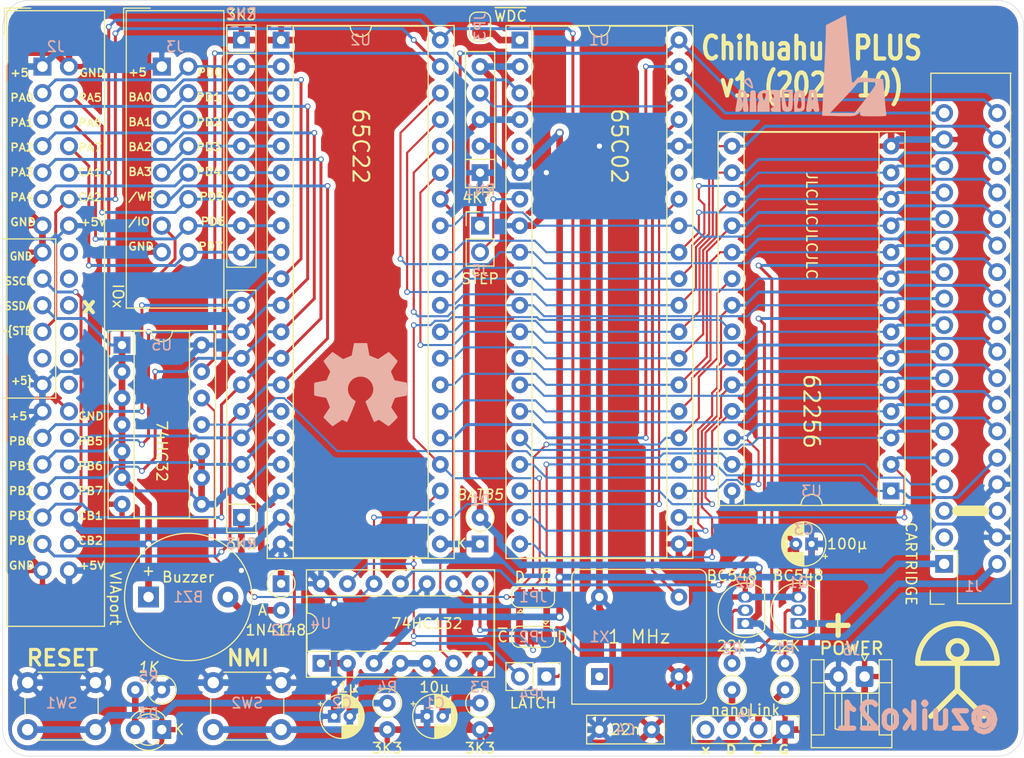
<source format=kicad_pcb>
(kicad_pcb (version 20171130) (host pcbnew "(5.1.2-1)-1")
  (layers (0 F.Cu signal) (31 B.Cu signal) (34 B.Paste user) (35 F.Paste user) (36 B.SilkS user) (37 F.SilkS user) (38 B.Mask user) (39 F.Mask user) (44 Edge.Cuts user))
  (net 0 "")
  (net 1 GND)
  (net 2 +5V)
  (net 3 /CB2)
  (net 4 /CB1)
  (net 5 /CA2)
  (net 6 /CA1)
  (net 7 /SCLK)
  (net 8 /~RST)
  (net 9 /~NMI)
  (net 10 /~IRQ)
  (net 11 PB4)
  (net 12 PB3)
  (net 13 PB7)
  (net 14 PB2)
  (net 15 PB6)
  (net 16 PB1)
  (net 17 PB5)
  (net 18 PB0)
  (net 19 PA4)
  (net 20 PA3)
  (net 21 PA7)
  (net 22 PA2)
  (net 23 PA6)
  (net 24 PA1)
  (net 25 PA5)
  (net 26 PA0)
  (net 27 /VIA_~CS)
  (net 28 /R~W)
  (net 29 /~WE)
  (net 30 /ROM_~OE)
  (net 31 /ROM_~CS)
  (net 32 /MCLK)
  (net 33 /PHI1)
  (net 34 /B_NMI)
  (net 35 /B_IRQ)
  (net 36 /SERDAT)
  (net 37 /SERCLK)
  (net 38 /RDY)
  (net 39 /~SO)
  (net 40 /SYNC)
  (net 41 /VIA_CS)
  (net 42 /D_PB7)
  (net 43 /PW_LED)
  (net 44 A2)
  (net 45 A10)
  (net 46 A1)
  (net 47 A0)
  (net 48 D7)
  (net 49 D0)
  (net 50 D6)
  (net 51 D1)
  (net 52 D5)
  (net 53 D2)
  (net 54 D4)
  (net 55 D3)
  (net 56 A14)
  (net 57 A11)
  (net 58 A3)
  (net 59 A12)
  (net 60 A13)
  (net 61 A6)
  (net 62 A8)
  (net 63 A5)
  (net 64 A9)
  (net 65 A4)
  (net 66 A7)
  (net 67 A15)
  (net 68 /U_RST)
  (net 69 /U_NMI)
  (net 70 /~VREQ)
  (net 71 /~VP)
  (module durango:jaqueria (layer B.Cu) (at 91.44 20.32 180)
    (fp_text reference LOGO2 hide)
    (fp_text value Logo_Open_Hardware_Small hide)
  )
  (module Symbol:OSHW-Symbol_8.9x8mm_SilkScreen (layer B.Cu) (at 48.26 50.8 180)
    (fp_text reference LOGO1 hide)
    (fp_text value Logo_Open_Hardware_Large hide)
  )
  (module Diode_THT:D_DO-35_SOD27_P2.54mm_Vertical_KathodeUp (layer F.Cu) (at 59.69 66.04 90)
    (fp_text reference D1 (at 4.191 0 unlocked) (layer B.SilkS) (effects (justify mirror)))
    (fp_text value BAT85 (at 4.699 0 unlocked) (layer F.SilkS) (effects (font (thickness 0.15) italic)))
    (fp_text user K (at 0 -1.778 unlocked) (layer F.SilkS))
    (pad 2 thru_hole oval (at 2.54 0 90) (size 1.6 1.6) (drill 0.8) (layers *.Cu *.Mask) (net 10 /~IRQ))
    (pad 1 thru_hole rect (at 0 0 90) (size 1.6 1.6) (drill 0.8) (layers *.Cu *.Mask) (net 70 /~VREQ))
  )
  (module Connector_PinHeader_2.54mm:PinHeader_1x02_P2.54mm_Vertical (layer F.Cu) (at 66.04 78.74 270)
    (fp_text reference JP4 (at 1.778 1.27 unlocked) (layer B.SilkS) (effects (justify mirror)))
    (fp_text value LATCH (at 2.54 1.27 unlocked) (layer F.SilkS))
    (pad 2 thru_hole oval (at 0 2.54 270) (size 1.7 1.7) (drill 1) (layers *.Cu *.Mask) (net 3 /CB2))
    (pad 1 thru_hole rect (at 0 0 270) (size 1.7 1.7) (drill 1) (layers *.Cu *.Mask) (net 6 /CA1))
  )
  (module Connector_JST:JST_EH_S2B-EH_1x02_P2.50mm_Horizontal (layer F.Cu) (at 96.52 78.74 180)
    (fp_text reference J6 (at 1.27 2.54 unlocked) (layer B.SilkS) (effects (justify mirror)))
    (fp_text value POWER (at 1.25 2.7 unlocked) (layer F.SilkS) (effects (font (size 1.2 1.2) (thickness 0.2))))
    (pad 2 thru_hole oval (at 2.5 0 180) (size 1.7 2) (drill 1) (layers *.Cu *.Mask) (net 2 +5V))
    (pad 1 thru_hole roundrect (at 0 0 180) (size 1.7 2) (drill 1) (layers *.Cu *.Mask) (roundrect_rratio 0.147059) (net 1 GND))
  )
  (module Resistor_THT:R_Array_SIP9 (layer F.Cu) (at 36.83 63.5 90)
    (fp_text reference RN3 (at -2.54 0 unlocked) (layer B.SilkS) (effects (justify mirror)))
    (fp_text value 3K3 (at -2.54 0 unlocked) (layer F.SilkS))
    (pad 9 thru_hole oval (at 20.32 0 90) (size 1.6 1.6) (drill 0.8) (layers *.Cu *.Mask) (net 18 PB0))
    (pad 8 thru_hole oval (at 17.78 0 90) (size 1.6 1.6) (drill 0.8) (layers *.Cu *.Mask) (net 16 PB1))
    (pad 7 thru_hole oval (at 15.24 0 90) (size 1.6 1.6) (drill 0.8) (layers *.Cu *.Mask) (net 14 PB2))
    (pad 6 thru_hole oval (at 12.7 0 90) (size 1.6 1.6) (drill 0.8) (layers *.Cu *.Mask) (net 12 PB3))
    (pad 5 thru_hole oval (at 10.16 0 90) (size 1.6 1.6) (drill 0.8) (layers *.Cu *.Mask) (net 11 PB4))
    (pad 4 thru_hole oval (at 7.62 0 90) (size 1.6 1.6) (drill 0.8) (layers *.Cu *.Mask) (net 17 PB5))
    (pad 3 thru_hole oval (at 5.08 0 90) (size 1.6 1.6) (drill 0.8) (layers *.Cu *.Mask) (net 15 PB6))
    (pad 2 thru_hole oval (at 2.54 0 90) (size 1.6 1.6) (drill 0.8) (layers *.Cu *.Mask) (net 13 PB7))
    (pad 1 thru_hole rect (at 0 0 90) (size 1.6 1.6) (drill 0.8) (layers *.Cu *.Mask) (net 2 +5V))
  )
  (module Resistor_THT:R_Array_SIP9 (layer F.Cu) (at 36.83 17.78 270)
    (fp_text reference RN2 (at -2.54 0 unlocked) (layer B.SilkS) (effects (justify mirror)))
    (fp_text value 3K3 (at -2.413 0 unlocked) (layer F.SilkS))
    (pad 9 thru_hole oval (at 20.32 0 270) (size 1.6 1.6) (drill 0.8) (layers *.Cu *.Mask) (net 21 PA7))
    (pad 8 thru_hole oval (at 17.78 0 270) (size 1.6 1.6) (drill 0.8) (layers *.Cu *.Mask) (net 23 PA6))
    (pad 7 thru_hole oval (at 15.24 0 270) (size 1.6 1.6) (drill 0.8) (layers *.Cu *.Mask) (net 25 PA5))
    (pad 6 thru_hole oval (at 12.7 0 270) (size 1.6 1.6) (drill 0.8) (layers *.Cu *.Mask) (net 19 PA4))
    (pad 5 thru_hole oval (at 10.16 0 270) (size 1.6 1.6) (drill 0.8) (layers *.Cu *.Mask) (net 20 PA3))
    (pad 4 thru_hole oval (at 7.62 0 270) (size 1.6 1.6) (drill 0.8) (layers *.Cu *.Mask) (net 22 PA2))
    (pad 3 thru_hole oval (at 5.08 0 270) (size 1.6 1.6) (drill 0.8) (layers *.Cu *.Mask) (net 24 PA1))
    (pad 2 thru_hole oval (at 2.54 0 270) (size 1.6 1.6) (drill 0.8) (layers *.Cu *.Mask) (net 26 PA0))
    (pad 1 thru_hole rect (at 0 0 270) (size 1.6 1.6) (drill 0.8) (layers *.Cu *.Mask) (net 1 GND))
  )
  (module Resistor_THT:R_Axial_DIN0207_L6.3mm_D2.5mm_P2.54mm_Vertical (layer F.Cu) (at 29.21 80.01 180)
    (fp_text reference R5 (at 1.27 1.27 unlocked) (layer B.SilkS) (effects (justify mirror)))
    (fp_text value 1K (at 1.27 2.159 unlocked) (layer F.SilkS) (effects (font (thickness 0.15) italic)))
    (pad 2 thru_hole oval (at 2.54 0 180) (size 1.6 1.6) (drill 0.8) (layers *.Cu *.Mask) (net 43 /PW_LED))
    (pad 1 thru_hole circle (at 0 0 180) (size 1.6 1.6) (drill 0.8) (layers *.Cu *.Mask) (net 2 +5V))
  )
  (module Jumper:SolderJumper-2_P1.3mm_Open_RoundedPad1.0x1.5mm (layer F.Cu) (at 59.69 16.51 90)
    (fp_text reference JP3 (at 0 0 90 unlocked) (layer B.SilkS) (effects (justify mirror)))
    (fp_text value ~WDC (at 1.016 2.921 unlocked) (layer F.SilkS))
    (pad 2 smd custom (at 0.65 0 90) (size 1 0.5) (layers F.Cu F.Mask) (net 1 GND) (options (clearance outline) (anchor rect)) (primitives (gr_circle (center 0 0.25) (end 0.5 0.25) (width 0)) (gr_circle (center 0 -0.25) (end 0.5 -0.25) (width 0)) (gr_poly (pts (xy 0 -0.75) (xy -0.5 -0.75) (xy -0.5 0.75) (xy 0 0.75)) (width 0))))
    (pad 1 smd custom (at -0.65 0 90) (size 1 0.5) (layers F.Cu F.Mask) (net 71 /~VP) (options (clearance outline) (anchor rect)) (primitives (gr_circle (center 0 0.25) (end 0.5 0.25) (width 0)) (gr_circle (center 0 -0.25) (end 0.5 -0.25) (width 0)) (gr_poly (pts (xy 0 -0.75) (xy 0.5 -0.75) (xy 0.5 0.75) (xy 0 0.75)) (width 0))))
  )
  (module Capacitor_THT:C_Rect_L7.2mm_W2.5mm_P5.00mm_FKS2_FKP2_MKS2_MKP2 (layer F.Cu) (at 71.12 83.82)
    (fp_text reference C4 (at 2.5 0 unlocked) (layer B.SilkS) (effects (justify mirror)))
    (fp_text value 22n (at 2.5 0 unlocked) (layer F.SilkS))
    (pad 2 thru_hole circle (at 5 0) (size 1.6 1.6) (drill 0.8) (layers *.Cu *.Mask) (net 1 GND))
    (pad 1 thru_hole circle (at 0 0) (size 1.6 1.6) (drill 0.8) (layers *.Cu *.Mask) (net 2 +5V))
  )
  (module Capacitor_THT:CP_Radial_D4.0mm_P1.50mm (layer F.Cu) (at 91.44 66.04 180)
    (fp_text reference C3 (at 0.75 1.397 unlocked) (layer B.SilkS) (effects (justify mirror)))
    (fp_text value 100µ (at -3.429 0 unlocked) (layer F.SilkS))
    (pad 2 thru_hole circle (at 1.5 0 180) (size 1.2 1.2) (drill 0.6) (layers *.Cu *.Mask) (net 1 GND))
    (pad 1 thru_hole rect (at 0 0 180) (size 1.2 1.2) (drill 0.6) (layers *.Cu *.Mask) (net 2 +5V))
  )
  (module Capacitor_THT:CP_Radial_D4.0mm_P1.50mm (layer F.Cu) (at 45.72 82.55)
    (fp_text reference C2 (at 0.75 -1.27 unlocked) (layer B.SilkS) (effects (justify mirror)))
    (fp_text value 1µ (at 1.397 -2.794 unlocked) (layer F.SilkS))
    (pad 2 thru_hole circle (at 1.5 0) (size 1.2 1.2) (drill 0.6) (layers *.Cu *.Mask) (net 69 /U_NMI))
    (pad 1 thru_hole rect (at 0 0) (size 1.2 1.2) (drill 0.6) (layers *.Cu *.Mask) (net 2 +5V))
  )
  (module Capacitor_THT:CP_Radial_D4.0mm_P1.50mm (layer F.Cu) (at 54.61 82.55)
    (fp_text reference C1 (at 0.75 -1.27 unlocked) (layer B.SilkS) (effects (justify mirror)))
    (fp_text value 10µ (at 0.75 -2.794 unlocked) (layer F.SilkS))
    (pad 2 thru_hole circle (at 1.5 0) (size 1.2 1.2) (drill 0.6) (layers *.Cu *.Mask) (net 68 /U_RST))
    (pad 1 thru_hole rect (at 0 0) (size 1.2 1.2) (drill 0.6) (layers *.Cu *.Mask) (net 2 +5V))
  )
  (module Connector_PinHeader_2.54mm:PinHeader_1x02_P2.54mm_Vertical (layer F.Cu) (at 59.69 35.56)
    (fp_text reference J5 (at 0 4.318 unlocked) (layer B.SilkS) (effects (justify mirror)))
    (fp_text value STEP (at 0 5.08 unlocked) (layer F.SilkS))
    (pad 2 thru_hole oval (at 0 2.54) (size 1.7 1.7) (drill 1) (layers *.Cu *.Mask) (net 40 /SYNC))
    (pad 1 thru_hole rect (at 0 0) (size 1.7 1.7) (drill 1) (layers *.Cu *.Mask) (net 38 /RDY))
  )
  (module Jumper:SolderJumper-3_P1.3mm_Bridged12_RoundedPad1.0x1.5mm (layer F.Cu) (at 64.77 74.93 180)
    (fp_text reference JP2 (at 0 0 unlocked) (layer B.SilkS) (effects (justify mirror)))
    (fp_text value ~C (at -1.27 5.715 unlocked) (layer F.SilkS))
    (fp_poly (pts (xy -0.9 -0.3) (xy -0.4 -0.3) (xy -0.4 0.3) (xy -0.9 0.3)) (layer F.Cu) (width 0))
    (pad 1 smd custom (at -1.3 0 180) (size 1 0.5) (layers F.Cu F.Mask) (net 56 A14) (options (clearance outline) (anchor rect)) (primitives (gr_circle (center 0 0.25) (end 0.5 0.25) (width 0)) (gr_circle (center 0 -0.25) (end 0.5 -0.25) (width 0)) (gr_poly (pts (xy 0.55 -0.75) (xy 0 -0.75) (xy 0 0.75) (xy 0.55 0.75)) (width 0))))
    (pad 2 smd rect (at 0 0 180) (size 1 1.5) (layers F.Cu F.Mask) (net 27 /VIA_~CS))
    (pad 3 smd custom (at 1.3 0 180) (size 1 0.5) (layers F.Cu F.Mask) (net 67 A15) (options (clearance outline) (anchor rect)) (primitives (gr_circle (center 0 0.25) (end 0.5 0.25) (width 0)) (gr_circle (center 0 -0.25) (end 0.5 -0.25) (width 0)) (gr_poly (pts (xy -0.55 -0.75) (xy 0 -0.75) (xy 0 0.75) (xy -0.55 0.75)) (width 0))))
  )
  (module Jumper:SolderJumper-3_P1.3mm_Bridged12_RoundedPad1.0x1.5mm (layer F.Cu) (at 64.77 71.12)
    (fp_text reference JP1 (at 0 0 unlocked) (layer B.SilkS) (effects (justify mirror)))
    (fp_text value D (at 2.794 3.81 unlocked) (layer F.SilkS))
    (fp_poly (pts (xy -0.9 -0.3) (xy -0.4 -0.3) (xy -0.4 0.3) (xy -0.9 0.3)) (layer F.Cu) (width 0))
    (pad 1 smd custom (at -1.3 0) (size 1 0.5) (layers F.Cu F.Mask) (net 67 A15) (options (clearance outline) (anchor rect)) (primitives (gr_circle (center 0 0.25) (end 0.5 0.25) (width 0)) (gr_circle (center 0 -0.25) (end 0.5 -0.25) (width 0)) (gr_poly (pts (xy 0.55 -0.75) (xy 0 -0.75) (xy 0 0.75) (xy 0.55 0.75)) (width 0))))
    (pad 2 smd rect (at 0 0) (size 1 1.5) (layers F.Cu F.Mask) (net 41 /VIA_CS))
    (pad 3 smd custom (at 1.3 0) (size 1 0.5) (layers F.Cu F.Mask) (net 56 A14) (options (clearance outline) (anchor rect)) (primitives (gr_circle (center 0 0.25) (end 0.5 0.25) (width 0)) (gr_circle (center 0 -0.25) (end 0.5 -0.25) (width 0)) (gr_poly (pts (xy -0.55 -0.75) (xy 0 -0.75) (xy 0 0.75) (xy -0.55 0.75)) (width 0))))
  )
  (module Resistor_THT:R_Axial_DIN0207_L6.3mm_D2.5mm_P2.54mm_Vertical (layer F.Cu) (at 50.8 81.28 270)
    (fp_text reference R4 (at -1.524 0 unlocked) (layer B.SilkS) (effects (justify mirror)))
    (fp_text value 3K3 (at 4.318 0 unlocked) (layer F.SilkS))
    (pad 2 thru_hole oval (at 2.54 0 270) (size 1.6 1.6) (drill 0.8) (layers *.Cu *.Mask) (net 1 GND))
    (pad 1 thru_hole circle (at 0 0 270) (size 1.6 1.6) (drill 0.8) (layers *.Cu *.Mask) (net 69 /U_NMI))
  )
  (module Oscillator:Oscillator_DIP-8 (layer F.Cu) (at 71.12 78.74)
    (fp_text reference X1 (at 0 -3.81 unlocked) (layer B.SilkS) (effects (justify mirror)))
    (fp_text value "1 MHz" (at 3.81 -3.81 unlocked) (layer F.SilkS) (effects (font (size 1.27 1.27))))
    (pad 4 thru_hole circle (at 7.62 0) (size 1.6 1.6) (drill 0.8) (layers *.Cu *.Mask) (net 1 GND))
    (pad 5 thru_hole circle (at 7.62 -7.62) (size 1.6 1.6) (drill 0.8) (layers *.Cu *.Mask) (net 32 /MCLK))
    (pad 8 thru_hole circle (at 0 -7.62) (size 1.6 1.6) (drill 0.8) (layers *.Cu *.Mask) (net 2 +5V))
    (pad 1 thru_hole rect (at 0 0) (size 1.6 1.6) (drill 0.8) (layers *.Cu *.Mask))
  )
  (module Package_DIP:DIP-14_W7.62mm_Socket (layer F.Cu) (at 25.4 46.99)
    (fp_text reference U5 (at 3.81 0 unlocked) (layer B.SilkS) (effects (justify mirror)))
    (fp_text value 74HC32 (at 3.81 10.16 270 unlocked) (layer F.SilkS))
    (pad 14 thru_hole oval (at 7.62 0) (size 1.6 1.6) (drill 0.8) (layers *.Cu *.Mask) (net 2 +5V))
    (pad 7 thru_hole oval (at 0 15.24) (size 1.6 1.6) (drill 0.8) (layers *.Cu *.Mask) (net 1 GND))
    (pad 13 thru_hole oval (at 7.62 2.54) (size 1.6 1.6) (drill 0.8) (layers *.Cu *.Mask) (net 33 /PHI1))
    (pad 6 thru_hole oval (at 0 12.7) (size 1.6 1.6) (drill 0.8) (layers *.Cu *.Mask) (net 3 /CB2))
    (pad 12 thru_hole oval (at 7.62 5.08) (size 1.6 1.6) (drill 0.8) (layers *.Cu *.Mask) (net 28 /R~W))
    (pad 5 thru_hole oval (at 0 10.16) (size 1.6 1.6) (drill 0.8) (layers *.Cu *.Mask) (net 3 /CB2))
    (pad 11 thru_hole oval (at 7.62 7.62) (size 1.6 1.6) (drill 0.8) (layers *.Cu *.Mask) (net 29 /~WE))
    (pad 4 thru_hole oval (at 0 7.62) (size 1.6 1.6) (drill 0.8) (layers *.Cu *.Mask) (net 3 /CB2))
    (pad 10 thru_hole oval (at 7.62 10.16) (size 1.6 1.6) (drill 0.8) (layers *.Cu *.Mask) (net 13 PB7))
    (pad 3 thru_hole oval (at 0 5.08) (size 1.6 1.6) (drill 0.8) (layers *.Cu *.Mask) (net 3 /CB2))
    (pad 9 thru_hole oval (at 7.62 12.7) (size 1.6 1.6) (drill 0.8) (layers *.Cu *.Mask) (net 13 PB7))
    (pad 2 thru_hole oval (at 0 2.54) (size 1.6 1.6) (drill 0.8) (layers *.Cu *.Mask) (net 3 /CB2))
    (pad 8 thru_hole oval (at 7.62 15.24) (size 1.6 1.6) (drill 0.8) (layers *.Cu *.Mask) (net 13 PB7))
    (pad 1 thru_hole rect (at 0 0) (size 1.6 1.6) (drill 0.8) (layers *.Cu *.Mask) (net 3 /CB2))
  )
  (module Package_DIP:DIP-14_W7.62mm_Socket (layer F.Cu) (at 44.45 77.47 90)
    (fp_text reference U4 (at 3.81 0 unlocked) (layer B.SilkS) (effects (justify mirror)))
    (fp_text value 74HC132 (at 3.81 10.16 unlocked) (layer F.SilkS))
    (pad 14 thru_hole oval (at 7.62 0 90) (size 1.6 1.6) (drill 0.8) (layers *.Cu *.Mask) (net 2 +5V))
    (pad 7 thru_hole oval (at 0 15.24 90) (size 1.6 1.6) (drill 0.8) (layers *.Cu *.Mask) (net 1 GND))
    (pad 13 thru_hole oval (at 7.62 2.54 90) (size 1.6 1.6) (drill 0.8) (layers *.Cu *.Mask) (net 27 /VIA_~CS))
    (pad 6 thru_hole oval (at 0 12.7 90) (size 1.6 1.6) (drill 0.8) (layers *.Cu *.Mask) (net 8 /~RST))
    (pad 12 thru_hole oval (at 7.62 5.08 90) (size 1.6 1.6) (drill 0.8) (layers *.Cu *.Mask) (net 28 /R~W))
    (pad 5 thru_hole oval (at 0 10.16 90) (size 1.6 1.6) (drill 0.8) (layers *.Cu *.Mask) (net 68 /U_RST))
    (pad 11 thru_hole oval (at 7.62 7.62 90) (size 1.6 1.6) (drill 0.8) (layers *.Cu *.Mask) (net 30 /ROM_~OE))
    (pad 4 thru_hole oval (at 0 7.62 90) (size 1.6 1.6) (drill 0.8) (layers *.Cu *.Mask) (net 68 /U_RST))
    (pad 10 thru_hole oval (at 7.62 10.16 90) (size 1.6 1.6) (drill 0.8) (layers *.Cu *.Mask) (net 2 +5V))
    (pad 3 thru_hole oval (at 0 5.08 90) (size 1.6 1.6) (drill 0.8) (layers *.Cu *.Mask) (net 9 /~NMI))
    (pad 9 thru_hole oval (at 7.62 12.7 90) (size 1.6 1.6) (drill 0.8) (layers *.Cu *.Mask) (net 67 A15))
    (pad 2 thru_hole oval (at 0 2.54 90) (size 1.6 1.6) (drill 0.8) (layers *.Cu *.Mask) (net 69 /U_NMI))
    (pad 8 thru_hole oval (at 7.62 15.24 90) (size 1.6 1.6) (drill 0.8) (layers *.Cu *.Mask) (net 31 /ROM_~CS))
    (pad 1 thru_hole rect (at 0 0 90) (size 1.6 1.6) (drill 0.8) (layers *.Cu *.Mask) (net 69 /U_NMI))
  )
  (module Package_DIP:DIP-28_W15.24mm_Socket (layer F.Cu) (at 99.06 60.96 180)
    (fp_text reference U3 (at 7.62 0 unlocked) (layer B.SilkS) (effects (justify mirror)))
    (fp_text value 62256 (at 7.62 7.62 270 unlocked) (layer F.SilkS) (effects (font (size 1.5 1.5) (thickness 0.2))))
    (pad 28 thru_hole oval (at 15.24 0 180) (size 1.6 1.6) (drill 0.8) (layers *.Cu *.Mask) (net 2 +5V))
    (pad 14 thru_hole oval (at 0 33.02 180) (size 1.6 1.6) (drill 0.8) (layers *.Cu *.Mask) (net 1 GND))
    (pad 27 thru_hole oval (at 15.24 2.54 180) (size 1.6 1.6) (drill 0.8) (layers *.Cu *.Mask) (net 29 /~WE))
    (pad 13 thru_hole oval (at 0 30.48 180) (size 1.6 1.6) (drill 0.8) (layers *.Cu *.Mask) (net 53 D2))
    (pad 26 thru_hole oval (at 15.24 5.08 180) (size 1.6 1.6) (drill 0.8) (layers *.Cu *.Mask) (net 60 A13))
    (pad 12 thru_hole oval (at 0 27.94 180) (size 1.6 1.6) (drill 0.8) (layers *.Cu *.Mask) (net 51 D1))
    (pad 25 thru_hole oval (at 15.24 7.62 180) (size 1.6 1.6) (drill 0.8) (layers *.Cu *.Mask) (net 62 A8))
    (pad 11 thru_hole oval (at 0 25.4 180) (size 1.6 1.6) (drill 0.8) (layers *.Cu *.Mask) (net 49 D0))
    (pad 24 thru_hole oval (at 15.24 10.16 180) (size 1.6 1.6) (drill 0.8) (layers *.Cu *.Mask) (net 64 A9))
    (pad 10 thru_hole oval (at 0 22.86 180) (size 1.6 1.6) (drill 0.8) (layers *.Cu *.Mask) (net 47 A0))
    (pad 23 thru_hole oval (at 15.24 12.7 180) (size 1.6 1.6) (drill 0.8) (layers *.Cu *.Mask) (net 57 A11))
    (pad 9 thru_hole oval (at 0 20.32 180) (size 1.6 1.6) (drill 0.8) (layers *.Cu *.Mask) (net 46 A1))
    (pad 22 thru_hole oval (at 15.24 15.24 180) (size 1.6 1.6) (drill 0.8) (layers *.Cu *.Mask) (net 41 /VIA_CS))
    (pad 8 thru_hole oval (at 0 17.78 180) (size 1.6 1.6) (drill 0.8) (layers *.Cu *.Mask) (net 44 A2))
    (pad 21 thru_hole oval (at 15.24 17.78 180) (size 1.6 1.6) (drill 0.8) (layers *.Cu *.Mask) (net 45 A10))
    (pad 7 thru_hole oval (at 0 15.24 180) (size 1.6 1.6) (drill 0.8) (layers *.Cu *.Mask) (net 58 A3))
    (pad 20 thru_hole oval (at 15.24 20.32 180) (size 1.6 1.6) (drill 0.8) (layers *.Cu *.Mask) (net 67 A15))
    (pad 6 thru_hole oval (at 0 12.7 180) (size 1.6 1.6) (drill 0.8) (layers *.Cu *.Mask) (net 65 A4))
    (pad 19 thru_hole oval (at 15.24 22.86 180) (size 1.6 1.6) (drill 0.8) (layers *.Cu *.Mask) (net 48 D7))
    (pad 5 thru_hole oval (at 0 10.16 180) (size 1.6 1.6) (drill 0.8) (layers *.Cu *.Mask) (net 63 A5))
    (pad 18 thru_hole oval (at 15.24 25.4 180) (size 1.6 1.6) (drill 0.8) (layers *.Cu *.Mask) (net 50 D6))
    (pad 4 thru_hole oval (at 0 7.62 180) (size 1.6 1.6) (drill 0.8) (layers *.Cu *.Mask) (net 61 A6))
    (pad 17 thru_hole oval (at 15.24 27.94 180) (size 1.6 1.6) (drill 0.8) (layers *.Cu *.Mask) (net 52 D5))
    (pad 3 thru_hole oval (at 0 5.08 180) (size 1.6 1.6) (drill 0.8) (layers *.Cu *.Mask) (net 66 A7))
    (pad 16 thru_hole oval (at 15.24 30.48 180) (size 1.6 1.6) (drill 0.8) (layers *.Cu *.Mask) (net 54 D4))
    (pad 2 thru_hole oval (at 0 2.54 180) (size 1.6 1.6) (drill 0.8) (layers *.Cu *.Mask) (net 59 A12))
    (pad 15 thru_hole oval (at 15.24 33.02 180) (size 1.6 1.6) (drill 0.8) (layers *.Cu *.Mask) (net 55 D3))
    (pad 1 thru_hole rect (at 0 0 180) (size 1.6 1.6) (drill 0.8) (layers *.Cu *.Mask) (net 56 A14))
  )
  (module Package_DIP:DIP-40_W15.24mm_Socket (layer F.Cu) (at 40.64 17.78)
    (fp_text reference U2 (at 7.62 0 unlocked) (layer B.SilkS) (effects (justify mirror)))
    (fp_text value 65C22 (at 7.62 10.16 270 unlocked) (layer F.SilkS) (effects (font (size 1.5 1.5) (thickness 0.2))))
    (pad 40 thru_hole oval (at 15.24 0) (size 1.6 1.6) (drill 0.8) (layers *.Cu *.Mask) (net 6 /CA1))
    (pad 20 thru_hole oval (at 0 48.26) (size 1.6 1.6) (drill 0.8) (layers *.Cu *.Mask) (net 2 +5V))
    (pad 39 thru_hole oval (at 15.24 2.54) (size 1.6 1.6) (drill 0.8) (layers *.Cu *.Mask) (net 5 /CA2))
    (pad 19 thru_hole oval (at 0 45.72) (size 1.6 1.6) (drill 0.8) (layers *.Cu *.Mask) (net 3 /CB2))
    (pad 38 thru_hole oval (at 15.24 5.08) (size 1.6 1.6) (drill 0.8) (layers *.Cu *.Mask) (net 47 A0))
    (pad 18 thru_hole oval (at 0 43.18) (size 1.6 1.6) (drill 0.8) (layers *.Cu *.Mask) (net 4 /CB1))
    (pad 37 thru_hole oval (at 15.24 7.62) (size 1.6 1.6) (drill 0.8) (layers *.Cu *.Mask) (net 46 A1))
    (pad 17 thru_hole oval (at 0 40.64) (size 1.6 1.6) (drill 0.8) (layers *.Cu *.Mask) (net 13 PB7))
    (pad 36 thru_hole oval (at 15.24 10.16) (size 1.6 1.6) (drill 0.8) (layers *.Cu *.Mask) (net 44 A2))
    (pad 16 thru_hole oval (at 0 38.1) (size 1.6 1.6) (drill 0.8) (layers *.Cu *.Mask) (net 15 PB6))
    (pad 35 thru_hole oval (at 15.24 12.7) (size 1.6 1.6) (drill 0.8) (layers *.Cu *.Mask) (net 58 A3))
    (pad 15 thru_hole oval (at 0 35.56) (size 1.6 1.6) (drill 0.8) (layers *.Cu *.Mask) (net 17 PB5))
    (pad 34 thru_hole oval (at 15.24 15.24) (size 1.6 1.6) (drill 0.8) (layers *.Cu *.Mask) (net 8 /~RST))
    (pad 14 thru_hole oval (at 0 33.02) (size 1.6 1.6) (drill 0.8) (layers *.Cu *.Mask) (net 11 PB4))
    (pad 33 thru_hole oval (at 15.24 17.78) (size 1.6 1.6) (drill 0.8) (layers *.Cu *.Mask) (net 49 D0))
    (pad 13 thru_hole oval (at 0 30.48) (size 1.6 1.6) (drill 0.8) (layers *.Cu *.Mask) (net 12 PB3))
    (pad 32 thru_hole oval (at 15.24 20.32) (size 1.6 1.6) (drill 0.8) (layers *.Cu *.Mask) (net 51 D1))
    (pad 12 thru_hole oval (at 0 27.94) (size 1.6 1.6) (drill 0.8) (layers *.Cu *.Mask) (net 14 PB2))
    (pad 31 thru_hole oval (at 15.24 22.86) (size 1.6 1.6) (drill 0.8) (layers *.Cu *.Mask) (net 53 D2))
    (pad 11 thru_hole oval (at 0 25.4) (size 1.6 1.6) (drill 0.8) (layers *.Cu *.Mask) (net 16 PB1))
    (pad 30 thru_hole oval (at 15.24 25.4) (size 1.6 1.6) (drill 0.8) (layers *.Cu *.Mask) (net 55 D3))
    (pad 10 thru_hole oval (at 0 22.86) (size 1.6 1.6) (drill 0.8) (layers *.Cu *.Mask) (net 18 PB0))
    (pad 29 thru_hole oval (at 15.24 27.94) (size 1.6 1.6) (drill 0.8) (layers *.Cu *.Mask) (net 54 D4))
    (pad 9 thru_hole oval (at 0 20.32) (size 1.6 1.6) (drill 0.8) (layers *.Cu *.Mask) (net 21 PA7))
    (pad 28 thru_hole oval (at 15.24 30.48) (size 1.6 1.6) (drill 0.8) (layers *.Cu *.Mask) (net 52 D5))
    (pad 8 thru_hole oval (at 0 17.78) (size 1.6 1.6) (drill 0.8) (layers *.Cu *.Mask) (net 23 PA6))
    (pad 27 thru_hole oval (at 15.24 33.02) (size 1.6 1.6) (drill 0.8) (layers *.Cu *.Mask) (net 50 D6))
    (pad 7 thru_hole oval (at 0 15.24) (size 1.6 1.6) (drill 0.8) (layers *.Cu *.Mask) (net 25 PA5))
    (pad 26 thru_hole oval (at 15.24 35.56) (size 1.6 1.6) (drill 0.8) (layers *.Cu *.Mask) (net 48 D7))
    (pad 6 thru_hole oval (at 0 12.7) (size 1.6 1.6) (drill 0.8) (layers *.Cu *.Mask) (net 19 PA4))
    (pad 25 thru_hole oval (at 15.24 38.1) (size 1.6 1.6) (drill 0.8) (layers *.Cu *.Mask) (net 7 /SCLK))
    (pad 5 thru_hole oval (at 0 10.16) (size 1.6 1.6) (drill 0.8) (layers *.Cu *.Mask) (net 20 PA3))
    (pad 24 thru_hole oval (at 15.24 40.64) (size 1.6 1.6) (drill 0.8) (layers *.Cu *.Mask) (net 41 /VIA_CS))
    (pad 4 thru_hole oval (at 0 7.62) (size 1.6 1.6) (drill 0.8) (layers *.Cu *.Mask) (net 22 PA2))
    (pad 23 thru_hole oval (at 15.24 43.18) (size 1.6 1.6) (drill 0.8) (layers *.Cu *.Mask) (net 27 /VIA_~CS))
    (pad 3 thru_hole oval (at 0 5.08) (size 1.6 1.6) (drill 0.8) (layers *.Cu *.Mask) (net 24 PA1))
    (pad 22 thru_hole oval (at 15.24 45.72) (size 1.6 1.6) (drill 0.8) (layers *.Cu *.Mask) (net 28 /R~W))
    (pad 2 thru_hole oval (at 0 2.54) (size 1.6 1.6) (drill 0.8) (layers *.Cu *.Mask) (net 26 PA0))
    (pad 21 thru_hole oval (at 15.24 48.26) (size 1.6 1.6) (drill 0.8) (layers *.Cu *.Mask) (net 70 /~VREQ))
    (pad 1 thru_hole rect (at 0 0) (size 1.6 1.6) (drill 0.8) (layers *.Cu *.Mask) (net 1 GND))
  )
  (module Package_DIP:DIP-40_W15.24mm_Socket (layer F.Cu) (at 63.5 17.78)
    (fp_text reference U1 (at 7.62 0 unlocked) (layer B.SilkS) (effects (justify mirror)))
    (fp_text value 65C02 (at 9.525 10.16 270 unlocked) (layer F.SilkS) (effects (font (size 1.5 1.5) (thickness 0.2))))
    (pad 40 thru_hole oval (at 15.24 0) (size 1.6 1.6) (drill 0.8) (layers *.Cu *.Mask) (net 8 /~RST))
    (pad 20 thru_hole oval (at 0 48.26) (size 1.6 1.6) (drill 0.8) (layers *.Cu *.Mask) (net 57 A11))
    (pad 39 thru_hole oval (at 15.24 2.54) (size 1.6 1.6) (drill 0.8) (layers *.Cu *.Mask) (net 7 /SCLK))
    (pad 19 thru_hole oval (at 0 45.72) (size 1.6 1.6) (drill 0.8) (layers *.Cu *.Mask) (net 45 A10))
    (pad 38 thru_hole oval (at 15.24 5.08) (size 1.6 1.6) (drill 0.8) (layers *.Cu *.Mask) (net 39 /~SO))
    (pad 18 thru_hole oval (at 0 43.18) (size 1.6 1.6) (drill 0.8) (layers *.Cu *.Mask) (net 64 A9))
    (pad 37 thru_hole oval (at 15.24 7.62) (size 1.6 1.6) (drill 0.8) (layers *.Cu *.Mask) (net 32 /MCLK))
    (pad 17 thru_hole oval (at 0 40.64) (size 1.6 1.6) (drill 0.8) (layers *.Cu *.Mask) (net 62 A8))
    (pad 36 thru_hole oval (at 15.24 10.16) (size 1.6 1.6) (drill 0.8) (layers *.Cu *.Mask) (net 2 +5V))
    (pad 16 thru_hole oval (at 0 38.1) (size 1.6 1.6) (drill 0.8) (layers *.Cu *.Mask) (net 66 A7))
    (pad 35 thru_hole oval (at 15.24 12.7) (size 1.6 1.6) (drill 0.8) (layers *.Cu *.Mask))
    (pad 15 thru_hole oval (at 0 35.56) (size 1.6 1.6) (drill 0.8) (layers *.Cu *.Mask) (net 61 A6))
    (pad 34 thru_hole oval (at 15.24 15.24) (size 1.6 1.6) (drill 0.8) (layers *.Cu *.Mask) (net 28 /R~W))
    (pad 14 thru_hole oval (at 0 33.02) (size 1.6 1.6) (drill 0.8) (layers *.Cu *.Mask) (net 63 A5))
    (pad 33 thru_hole oval (at 15.24 17.78) (size 1.6 1.6) (drill 0.8) (layers *.Cu *.Mask) (net 49 D0))
    (pad 13 thru_hole oval (at 0 30.48) (size 1.6 1.6) (drill 0.8) (layers *.Cu *.Mask) (net 65 A4))
    (pad 32 thru_hole oval (at 15.24 20.32) (size 1.6 1.6) (drill 0.8) (layers *.Cu *.Mask) (net 51 D1))
    (pad 12 thru_hole oval (at 0 27.94) (size 1.6 1.6) (drill 0.8) (layers *.Cu *.Mask) (net 58 A3))
    (pad 31 thru_hole oval (at 15.24 22.86) (size 1.6 1.6) (drill 0.8) (layers *.Cu *.Mask) (net 53 D2))
    (pad 11 thru_hole oval (at 0 25.4) (size 1.6 1.6) (drill 0.8) (layers *.Cu *.Mask) (net 44 A2))
    (pad 30 thru_hole oval (at 15.24 25.4) (size 1.6 1.6) (drill 0.8) (layers *.Cu *.Mask) (net 55 D3))
    (pad 10 thru_hole oval (at 0 22.86) (size 1.6 1.6) (drill 0.8) (layers *.Cu *.Mask) (net 46 A1))
    (pad 29 thru_hole oval (at 15.24 27.94) (size 1.6 1.6) (drill 0.8) (layers *.Cu *.Mask) (net 54 D4))
    (pad 9 thru_hole oval (at 0 20.32) (size 1.6 1.6) (drill 0.8) (layers *.Cu *.Mask) (net 47 A0))
    (pad 28 thru_hole oval (at 15.24 30.48) (size 1.6 1.6) (drill 0.8) (layers *.Cu *.Mask) (net 52 D5))
    (pad 8 thru_hole oval (at 0 17.78) (size 1.6 1.6) (drill 0.8) (layers *.Cu *.Mask) (net 2 +5V))
    (pad 27 thru_hole oval (at 15.24 33.02) (size 1.6 1.6) (drill 0.8) (layers *.Cu *.Mask) (net 50 D6))
    (pad 7 thru_hole oval (at 0 15.24) (size 1.6 1.6) (drill 0.8) (layers *.Cu *.Mask) (net 40 /SYNC))
    (pad 26 thru_hole oval (at 15.24 35.56) (size 1.6 1.6) (drill 0.8) (layers *.Cu *.Mask) (net 48 D7))
    (pad 6 thru_hole oval (at 0 12.7) (size 1.6 1.6) (drill 0.8) (layers *.Cu *.Mask) (net 9 /~NMI))
    (pad 25 thru_hole oval (at 15.24 38.1) (size 1.6 1.6) (drill 0.8) (layers *.Cu *.Mask) (net 67 A15))
    (pad 5 thru_hole oval (at 0 10.16) (size 1.6 1.6) (drill 0.8) (layers *.Cu *.Mask))
    (pad 24 thru_hole oval (at 15.24 40.64) (size 1.6 1.6) (drill 0.8) (layers *.Cu *.Mask) (net 56 A14))
    (pad 4 thru_hole oval (at 0 7.62) (size 1.6 1.6) (drill 0.8) (layers *.Cu *.Mask) (net 10 /~IRQ))
    (pad 23 thru_hole oval (at 15.24 43.18) (size 1.6 1.6) (drill 0.8) (layers *.Cu *.Mask) (net 60 A13))
    (pad 3 thru_hole oval (at 0 5.08) (size 1.6 1.6) (drill 0.8) (layers *.Cu *.Mask) (net 33 /PHI1))
    (pad 22 thru_hole oval (at 15.24 45.72) (size 1.6 1.6) (drill 0.8) (layers *.Cu *.Mask) (net 59 A12))
    (pad 2 thru_hole oval (at 0 2.54) (size 1.6 1.6) (drill 0.8) (layers *.Cu *.Mask) (net 38 /RDY))
    (pad 21 thru_hole oval (at 15.24 48.26) (size 1.6 1.6) (drill 0.8) (layers *.Cu *.Mask) (net 1 GND))
    (pad 1 thru_hole rect (at 0 0) (size 1.6 1.6) (drill 0.8) (layers *.Cu *.Mask) (net 71 /~VP))
  )
  (module Button_Switch_THT:SW_PUSH_6mm (layer F.Cu) (at 40.64 83.82 180)
    (fp_text reference SW2 (at 3.25 2.54 unlocked) (layer B.SilkS) (effects (justify mirror)))
    (fp_text value NMI (at 3.175 6.858 unlocked) (layer F.SilkS) (effects (font (size 1.5 1.5) (thickness 0.3))))
    (pad 1 thru_hole circle (at 6.5 0 270) (size 2 2) (drill 1.1) (layers *.Cu *.Mask) (net 69 /U_NMI))
    (pad 2 thru_hole circle (at 6.5 4.5 270) (size 2 2) (drill 1.1) (layers *.Cu *.Mask) (net 2 +5V))
    (pad 1 thru_hole circle (at 0 0 270) (size 2 2) (drill 1.1) (layers *.Cu *.Mask) (net 69 /U_NMI))
    (pad 2 thru_hole circle (at 0 4.5 270) (size 2 2) (drill 1.1) (layers *.Cu *.Mask) (net 2 +5V))
  )
  (module Button_Switch_THT:SW_PUSH_6mm (layer F.Cu) (at 22.86 83.82 180)
    (fp_text reference SW1 (at 3.25 2.54 unlocked) (layer B.SilkS) (effects (justify mirror)))
    (fp_text value RESET (at 3.175 6.858) (layer F.SilkS) (effects (font (size 1.5 1.5) (thickness 0.3))))
    (pad 1 thru_hole circle (at 6.5 0 270) (size 2 2) (drill 1.1) (layers *.Cu *.Mask) (net 68 /U_RST))
    (pad 2 thru_hole circle (at 6.5 4.5 270) (size 2 2) (drill 1.1) (layers *.Cu *.Mask) (net 2 +5V))
    (pad 1 thru_hole circle (at 0 0 270) (size 2 2) (drill 1.1) (layers *.Cu *.Mask) (net 68 /U_RST))
    (pad 2 thru_hole circle (at 0 4.5 270) (size 2 2) (drill 1.1) (layers *.Cu *.Mask) (net 2 +5V))
  )
  (module Resistor_THT:R_Array_SIP5 (layer F.Cu) (at 59.69 30.48 90)
    (fp_text reference RN1 (at -1.651 0 unlocked) (layer B.SilkS) (effects (justify mirror)))
    (fp_text value 4K7 (at -2.413 -0.254 unlocked) (layer F.SilkS))
    (pad 5 thru_hole oval (at 10.16 0 90) (size 1.6 1.6) (drill 0.8) (layers *.Cu *.Mask) (net 38 /RDY))
    (pad 4 thru_hole oval (at 7.62 0 90) (size 1.6 1.6) (drill 0.8) (layers *.Cu *.Mask) (net 39 /~SO))
    (pad 3 thru_hole oval (at 5.08 0 90) (size 1.6 1.6) (drill 0.8) (layers *.Cu *.Mask) (net 10 /~IRQ))
    (pad 2 thru_hole oval (at 2.54 0 90) (size 1.6 1.6) (drill 0.8) (layers *.Cu *.Mask) (net 9 /~NMI))
    (pad 1 thru_hole rect (at 0 0 90) (size 1.6 1.6) (drill 0.8) (layers *.Cu *.Mask) (net 2 +5V))
  )
  (module Resistor_THT:R_Axial_DIN0207_L6.3mm_D2.5mm_P2.54mm_Vertical (layer F.Cu) (at 59.69 81.28 270)
    (fp_text reference R3 (at -1.524 0 unlocked) (layer B.SilkS) (effects (justify mirror)))
    (fp_text value 3K3 (at 4.318 0 unlocked) (layer F.SilkS))
    (pad 2 thru_hole oval (at 2.54 0 270) (size 1.6 1.6) (drill 0.8) (layers *.Cu *.Mask) (net 1 GND))
    (pad 1 thru_hole circle (at 0 0 270) (size 1.6 1.6) (drill 0.8) (layers *.Cu *.Mask) (net 68 /U_RST))
  )
  (module Resistor_THT:R_Axial_DIN0207_L6.3mm_D2.5mm_P2.54mm_Vertical (layer F.Cu) (at 83.82 80.01 90)
    (fp_text reference R2 (at 3.937 0 unlocked) (layer B.SilkS) (effects (justify mirror)))
    (fp_text value 22K (at 4.191 0 unlocked) (layer F.SilkS))
    (pad 2 thru_hole oval (at 2.54 0 90) (size 1.6 1.6) (drill 0.8) (layers *.Cu *.Mask) (net 35 /B_IRQ))
    (pad 1 thru_hole circle (at 0 0 90) (size 1.6 1.6) (drill 0.8) (layers *.Cu *.Mask) (net 36 /SERDAT))
  )
  (module Resistor_THT:R_Axial_DIN0207_L6.3mm_D2.5mm_P2.54mm_Vertical (layer F.Cu) (at 88.9 80.01 90)
    (fp_text reference R1 (at 3.937 0 unlocked) (layer B.SilkS) (effects (justify mirror)))
    (fp_text value 22K (at 4.191 0 unlocked) (layer F.SilkS))
    (pad 2 thru_hole oval (at 2.54 0 90) (size 1.6 1.6) (drill 0.8) (layers *.Cu *.Mask) (net 34 /B_NMI))
    (pad 1 thru_hole circle (at 0 0 90) (size 1.6 1.6) (drill 0.8) (layers *.Cu *.Mask) (net 37 /SERCLK))
  )
  (module Package_TO_SOT_THT:TO-92_Inline (layer F.Cu) (at 85.09 73.66 90)
    (fp_text reference Q2 (at 3.937 0 unlocked) (layer B.SilkS) (effects (justify mirror)))
    (fp_text value BC548 (at 4.572 -1.27 unlocked) (layer F.SilkS))
    (pad 1 thru_hole rect (at 0 0 90) (size 1.05 1.5) (drill 0.75) (layers *.Cu *.Mask) (net 10 /~IRQ))
    (pad 3 thru_hole oval (at 2.54 0 90) (size 1.05 1.5) (drill 0.75) (layers *.Cu *.Mask) (net 1 GND))
    (pad 2 thru_hole oval (at 1.27 0 90) (size 1.05 1.5) (drill 0.75) (layers *.Cu *.Mask) (net 35 /B_IRQ))
  )
  (module Package_TO_SOT_THT:TO-92_Inline (layer F.Cu) (at 90.17 73.66 90)
    (fp_text reference Q1 (at 3.937 0 unlocked) (layer B.SilkS) (effects (justify mirror)))
    (fp_text value BC548 (at 4.572 0 unlocked) (layer F.SilkS))
    (pad 1 thru_hole rect (at 0 0 90) (size 1.05 1.5) (drill 0.75) (layers *.Cu *.Mask) (net 9 /~NMI))
    (pad 3 thru_hole oval (at 2.54 0 90) (size 1.05 1.5) (drill 0.75) (layers *.Cu *.Mask) (net 1 GND))
    (pad 2 thru_hole oval (at 1.27 0 90) (size 1.05 1.5) (drill 0.75) (layers *.Cu *.Mask) (net 34 /B_NMI))
  )
  (module Connector_PinHeader_2.54mm:PinHeader_1x04_P2.54mm_Vertical (layer F.Cu) (at 88.9 83.82 270)
    (fp_text reference J4 (at -1.397 3.81 unlocked) (layer B.SilkS) (effects (justify mirror)))
    (fp_text value nanoLink (at -1.905 3.81 unlocked) (layer F.SilkS))
    (pad 4 thru_hole oval (at 0 7.62 270) (size 1.7 1.7) (drill 1) (layers *.Cu *.Mask))
    (pad 3 thru_hole oval (at 0 5.08 270) (size 1.7 1.7) (drill 1) (layers *.Cu *.Mask) (net 36 /SERDAT))
    (pad 2 thru_hole oval (at 0 2.54 270) (size 1.7 1.7) (drill 1) (layers *.Cu *.Mask) (net 37 /SERCLK))
    (pad 1 thru_hole rect (at 0 0 270) (size 1.7 1.7) (drill 1) (layers *.Cu *.Mask) (net 1 GND))
  )
  (module Connector_IDC:IDC-Header_2x08_P2.54mm_Vertical (layer F.Cu) (at 29.21 20.32)
    (fp_text reference J3 (at 1.27 -1.905 unlocked) (layer B.SilkS) (effects (justify mirror)))
    (fp_text value IOx (at -4.191 21.971 270 unlocked) (layer F.SilkS))
    (pad 16 thru_hole oval (at 2.54 17.78) (size 1.7272 1.7272) (drill 1.016) (layers *.Cu *.Mask) (net 21 PA7))
    (pad 15 thru_hole oval (at 0 17.78) (size 1.7272 1.7272) (drill 1.016) (layers *.Cu *.Mask) (net 1 GND))
    (pad 14 thru_hole oval (at 2.54 15.24) (size 1.7272 1.7272) (drill 1.016) (layers *.Cu *.Mask) (net 23 PA6))
    (pad 13 thru_hole oval (at 0 15.24) (size 1.7272 1.7272) (drill 1.016) (layers *.Cu *.Mask) (net 3 /CB2))
    (pad 12 thru_hole oval (at 2.54 12.7) (size 1.7272 1.7272) (drill 1.016) (layers *.Cu *.Mask) (net 25 PA5))
    (pad 11 thru_hole oval (at 0 12.7) (size 1.7272 1.7272) (drill 1.016) (layers *.Cu *.Mask) (net 11 PB4))
    (pad 10 thru_hole oval (at 2.54 10.16) (size 1.7272 1.7272) (drill 1.016) (layers *.Cu *.Mask) (net 19 PA4))
    (pad 9 thru_hole oval (at 0 10.16) (size 1.7272 1.7272) (drill 1.016) (layers *.Cu *.Mask) (net 12 PB3))
    (pad 8 thru_hole oval (at 2.54 7.62) (size 1.7272 1.7272) (drill 1.016) (layers *.Cu *.Mask) (net 20 PA3))
    (pad 7 thru_hole oval (at 0 7.62) (size 1.7272 1.7272) (drill 1.016) (layers *.Cu *.Mask) (net 14 PB2))
    (pad 6 thru_hole oval (at 2.54 5.08) (size 1.7272 1.7272) (drill 1.016) (layers *.Cu *.Mask) (net 22 PA2))
    (pad 5 thru_hole oval (at 0 5.08) (size 1.7272 1.7272) (drill 1.016) (layers *.Cu *.Mask) (net 16 PB1))
    (pad 4 thru_hole oval (at 2.54 2.54) (size 1.7272 1.7272) (drill 1.016) (layers *.Cu *.Mask) (net 24 PA1))
    (pad 3 thru_hole oval (at 0 2.54) (size 1.7272 1.7272) (drill 1.016) (layers *.Cu *.Mask) (net 18 PB0))
    (pad 2 thru_hole oval (at 2.54 0) (size 1.7272 1.7272) (drill 1.016) (layers *.Cu *.Mask) (net 26 PA0))
    (pad 1 thru_hole rect (at 0 0) (size 1.7272 1.7272) (drill 1.016) (layers *.Cu *.Mask) (net 2 +5V))
  )
  (module Connector_IDC:IDC-Header_2x20_P2.54mm_Vertical (layer F.Cu) (at 17.78 20.32)
    (fp_text reference J2 (at 1.27 -1.905 unlocked) (layer B.SilkS) (effects (justify mirror)))
    (fp_text value VIAport (at 6.985 50.927 270 unlocked) (layer F.SilkS))
    (pad 40 thru_hole oval (at 2.54 48.26) (size 1.7272 1.7272) (drill 1.016) (layers *.Cu *.Mask) (net 2 +5V))
    (pad 39 thru_hole oval (at 0 48.26) (size 1.7272 1.7272) (drill 1.016) (layers *.Cu *.Mask) (net 1 GND))
    (pad 38 thru_hole oval (at 2.54 45.72) (size 1.7272 1.7272) (drill 1.016) (layers *.Cu *.Mask) (net 3 /CB2))
    (pad 37 thru_hole oval (at 0 45.72) (size 1.7272 1.7272) (drill 1.016) (layers *.Cu *.Mask) (net 11 PB4))
    (pad 36 thru_hole oval (at 2.54 43.18) (size 1.7272 1.7272) (drill 1.016) (layers *.Cu *.Mask) (net 4 /CB1))
    (pad 35 thru_hole oval (at 0 43.18) (size 1.7272 1.7272) (drill 1.016) (layers *.Cu *.Mask) (net 12 PB3))
    (pad 34 thru_hole oval (at 2.54 40.64) (size 1.7272 1.7272) (drill 1.016) (layers *.Cu *.Mask) (net 13 PB7))
    (pad 33 thru_hole oval (at 0 40.64) (size 1.7272 1.7272) (drill 1.016) (layers *.Cu *.Mask) (net 14 PB2))
    (pad 32 thru_hole oval (at 2.54 38.1) (size 1.7272 1.7272) (drill 1.016) (layers *.Cu *.Mask) (net 15 PB6))
    (pad 31 thru_hole oval (at 0 38.1) (size 1.7272 1.7272) (drill 1.016) (layers *.Cu *.Mask) (net 16 PB1))
    (pad 30 thru_hole oval (at 2.54 35.56) (size 1.7272 1.7272) (drill 1.016) (layers *.Cu *.Mask) (net 17 PB5))
    (pad 29 thru_hole oval (at 0 35.56) (size 1.7272 1.7272) (drill 1.016) (layers *.Cu *.Mask) (net 18 PB0))
    (pad 28 thru_hole oval (at 2.54 33.02) (size 1.7272 1.7272) (drill 1.016) (layers *.Cu *.Mask) (net 1 GND))
    (pad 27 thru_hole oval (at 0 33.02) (size 1.7272 1.7272) (drill 1.016) (layers *.Cu *.Mask) (net 2 +5V))
    (pad 26 thru_hole oval (at 2.54 30.48) (size 1.7272 1.7272) (drill 1.016) (layers *.Cu *.Mask))
    (pad 25 thru_hole oval (at 0 30.48) (size 1.7272 1.7272) (drill 1.016) (layers *.Cu *.Mask) (net 2 +5V))
    (pad 24 thru_hole oval (at 2.54 27.94) (size 1.7272 1.7272) (drill 1.016) (layers *.Cu *.Mask))
    (pad 23 thru_hole oval (at 0 27.94) (size 1.7272 1.7272) (drill 1.016) (layers *.Cu *.Mask))
    (pad 22 thru_hole oval (at 2.54 25.4) (size 1.7272 1.7272) (drill 1.016) (layers *.Cu *.Mask))
    (pad 21 thru_hole oval (at 0 25.4) (size 1.7272 1.7272) (drill 1.016) (layers *.Cu *.Mask) (net 5 /CA2))
    (pad 20 thru_hole oval (at 2.54 22.86) (size 1.7272 1.7272) (drill 1.016) (layers *.Cu *.Mask))
    (pad 19 thru_hole oval (at 0 22.86) (size 1.7272 1.7272) (drill 1.016) (layers *.Cu *.Mask) (net 3 /CB2))
    (pad 18 thru_hole oval (at 2.54 20.32) (size 1.7272 1.7272) (drill 1.016) (layers *.Cu *.Mask))
    (pad 17 thru_hole oval (at 0 20.32) (size 1.7272 1.7272) (drill 1.016) (layers *.Cu *.Mask) (net 4 /CB1))
    (pad 16 thru_hole oval (at 2.54 17.78) (size 1.7272 1.7272) (drill 1.016) (layers *.Cu *.Mask))
    (pad 15 thru_hole oval (at 0 17.78) (size 1.7272 1.7272) (drill 1.016) (layers *.Cu *.Mask) (net 1 GND))
    (pad 14 thru_hole oval (at 2.54 15.24) (size 1.7272 1.7272) (drill 1.016) (layers *.Cu *.Mask) (net 2 +5V))
    (pad 13 thru_hole oval (at 0 15.24) (size 1.7272 1.7272) (drill 1.016) (layers *.Cu *.Mask) (net 1 GND))
    (pad 12 thru_hole oval (at 2.54 12.7) (size 1.7272 1.7272) (drill 1.016) (layers *.Cu *.Mask) (net 5 /CA2))
    (pad 11 thru_hole oval (at 0 12.7) (size 1.7272 1.7272) (drill 1.016) (layers *.Cu *.Mask) (net 19 PA4))
    (pad 10 thru_hole oval (at 2.54 10.16) (size 1.7272 1.7272) (drill 1.016) (layers *.Cu *.Mask) (net 6 /CA1))
    (pad 9 thru_hole oval (at 0 10.16) (size 1.7272 1.7272) (drill 1.016) (layers *.Cu *.Mask) (net 20 PA3))
    (pad 8 thru_hole oval (at 2.54 7.62) (size 1.7272 1.7272) (drill 1.016) (layers *.Cu *.Mask) (net 21 PA7))
    (pad 7 thru_hole oval (at 0 7.62) (size 1.7272 1.7272) (drill 1.016) (layers *.Cu *.Mask) (net 22 PA2))
    (pad 6 thru_hole oval (at 2.54 5.08) (size 1.7272 1.7272) (drill 1.016) (layers *.Cu *.Mask) (net 23 PA6))
    (pad 5 thru_hole oval (at 0 5.08) (size 1.7272 1.7272) (drill 1.016) (layers *.Cu *.Mask) (net 24 PA1))
    (pad 4 thru_hole oval (at 2.54 2.54) (size 1.7272 1.7272) (drill 1.016) (layers *.Cu *.Mask) (net 25 PA5))
    (pad 3 thru_hole oval (at 0 2.54) (size 1.7272 1.7272) (drill 1.016) (layers *.Cu *.Mask) (net 26 PA0))
    (pad 2 thru_hole oval (at 2.54 0) (size 1.7272 1.7272) (drill 1.016) (layers *.Cu *.Mask) (net 1 GND))
    (pad 1 thru_hole rect (at 0 0) (size 1.7272 1.7272) (drill 1.016) (layers *.Cu *.Mask) (net 2 +5V))
  )
  (module Connector_PinSocket_2.54mm:PinSocket_2x18_EDGE (layer F.Cu) (at 107.95 71.12 180)
    (fp_text reference J1 (at 1.016 1.016) (layer B.SilkS) (effects (justify mirror)))
    (fp_text value CARTRIDGE (at 6.985 3.175 270 unlocked) (layer F.SilkS))
    (pad 7 thru_hole oval (at 3.81 10.795 180) (size 1.7 1.7) (drill 1) (layers *.Cu *.Mask) (net 29 /~WE))
    (pad 20 thru_hole oval (at -1.27 26.035 180) (size 1.7 1.7) (drill 1) (layers *.Cu *.Mask) (net 30 /ROM_~OE))
    (pad 21 thru_hole oval (at 3.81 28.575 180) (size 1.7 1.7) (drill 1) (layers *.Cu *.Mask) (net 44 A2))
    (pad 22 thru_hole oval (at -1.27 28.575 180) (size 1.7 1.7) (drill 1) (layers *.Cu *.Mask) (net 45 A10))
    (pad 23 thru_hole oval (at 3.81 31.115 180) (size 1.7 1.7) (drill 1) (layers *.Cu *.Mask) (net 46 A1))
    (pad 24 thru_hole oval (at -1.27 31.115 180) (size 1.7 1.7) (drill 1) (layers *.Cu *.Mask) (net 31 /ROM_~CS))
    (pad 25 thru_hole oval (at 3.81 33.655 180) (size 1.7 1.7) (drill 1) (layers *.Cu *.Mask) (net 47 A0))
    (pad 26 thru_hole oval (at -1.27 33.655 180) (size 1.7 1.7) (drill 1) (layers *.Cu *.Mask) (net 48 D7))
    (pad 27 thru_hole oval (at 3.81 36.195 180) (size 1.7 1.7) (drill 1) (layers *.Cu *.Mask) (net 49 D0))
    (pad 28 thru_hole oval (at -1.27 36.195 180) (size 1.7 1.7) (drill 1) (layers *.Cu *.Mask) (net 50 D6))
    (pad 29 thru_hole oval (at 3.81 38.735 180) (size 1.7 1.7) (drill 1) (layers *.Cu *.Mask) (net 51 D1))
    (pad 30 thru_hole oval (at -1.27 38.735 180) (size 1.7 1.7) (drill 1) (layers *.Cu *.Mask) (net 52 D5))
    (pad 31 thru_hole oval (at 3.81 41.275 180) (size 1.7 1.7) (drill 1) (layers *.Cu *.Mask) (net 53 D2))
    (pad 32 thru_hole oval (at -1.27 41.275 180) (size 1.7 1.7) (drill 1) (layers *.Cu *.Mask) (net 54 D4))
    (pad 33 thru_hole oval (at 3.81 43.815 180) (size 1.7 1.7) (drill 1) (layers *.Cu *.Mask) (net 1 GND))
    (pad 34 thru_hole oval (at -1.27 43.815 180) (size 1.7 1.7) (drill 1) (layers *.Cu *.Mask) (net 55 D3))
    (pad 35 thru_hole oval (at 3.81 46.355 180) (size 1.7 1.7) (drill 1) (layers *.Cu *.Mask) (net 7 /SCLK))
    (pad 36 thru_hole oval (at -1.27 46.355 180) (size 1.7 1.7) (drill 1) (layers *.Cu *.Mask) (net 8 /~RST))
    (pad 10 thru_hole oval (at -1.27 13.335 180) (size 1.7 1.7) (drill 1) (layers *.Cu *.Mask) (net 56 A14))
    (pad 18 thru_hole oval (at -1.27 23.495 180) (size 1.7 1.7) (drill 1) (layers *.Cu *.Mask) (net 57 A11))
    (pad 19 thru_hole oval (at 3.81 26.035 180) (size 1.7 1.7) (drill 1) (layers *.Cu *.Mask) (net 58 A3))
    (pad 8 thru_hole oval (at -1.27 10.795 180) (size 1.7 1.7) (drill 1) (layers *.Cu *.Mask) (net 2 +5V))
    (pad 9 thru_hole oval (at 3.81 13.335 180) (size 1.7 1.7) (drill 1) (layers *.Cu *.Mask) (net 59 A12))
    (pad 12 thru_hole oval (at -1.27 15.875 180) (size 1.7 1.7) (drill 1) (layers *.Cu *.Mask) (net 60 A13))
    (pad 13 thru_hole oval (at 3.81 18.415 180) (size 1.7 1.7) (drill 1) (layers *.Cu *.Mask) (net 61 A6))
    (pad 14 thru_hole oval (at -1.27 18.415 180) (size 1.7 1.7) (drill 1) (layers *.Cu *.Mask) (net 62 A8))
    (pad 15 thru_hole oval (at 3.81 20.955 180) (size 1.7 1.7) (drill 1) (layers *.Cu *.Mask) (net 63 A5))
    (pad 16 thru_hole oval (at -1.27 20.955 180) (size 1.7 1.7) (drill 1) (layers *.Cu *.Mask) (net 64 A9))
    (pad 17 thru_hole oval (at 3.81 23.495 180) (size 1.7 1.7) (drill 1) (layers *.Cu *.Mask) (net 65 A4))
    (pad 1 thru_hole rect (at 3.81 3.175 180) (size 1.7 1.7) (drill 1) (layers *.Cu *.Mask) (net 9 /~NMI))
    (pad 6 thru_hole oval (at -1.27 8.255 180) (size 1.7 1.7) (drill 1) (layers *.Cu *.Mask))
    (pad 11 thru_hole oval (at 3.81 15.875 180) (size 1.7 1.7) (drill 1) (layers *.Cu *.Mask) (net 66 A7))
    (pad 2 thru_hole oval (at -1.27 3.175 180) (size 1.7 1.7) (drill 1) (layers *.Cu *.Mask) (net 10 /~IRQ))
    (pad 4 thru_hole oval (at -1.27 5.715 180) (size 1.7 1.7) (drill 1) (layers *.Cu *.Mask) (net 2 +5V))
    (pad 5 thru_hole oval (at 3.81 8.255 180) (size 1.7 1.7) (drill 1) (layers *.Cu *.Mask))
    (pad 3 thru_hole oval (at 3.81 5.715 180) (size 1.7 1.7) (drill 1) (layers *.Cu *.Mask))
  )
  (module LED_THT:LED_D3.0mm (layer F.Cu) (at 29.21 83.82 180)
    (fp_text reference D3 (at 1.27 1.524 unlocked) (layer B.SilkS) (effects (justify mirror)))
    (fp_text value ON)
    (pad 2 thru_hole circle (at 2.54 0 180) (size 1.8 1.8) (drill 0.9) (layers *.Cu *.Mask) (net 43 /PW_LED))
    (pad 1 thru_hole rect (at 0 0 180) (size 1.8 1.8) (drill 0.9) (layers *.Cu *.Mask) (net 1 GND))
  )
  (module Diode_THT:D_DO-35_SOD27_P2.54mm_Vertical_AnodeUp (layer F.Cu) (at 40.64 69.85 270)
    (fp_text reference D2 (at 4.445 0 unlocked) (layer B.SilkS) (effects (justify mirror)))
    (fp_text value 1N4148 (at 4.445 0.508 unlocked) (layer F.SilkS))
    (fp_text user A (at 2.54 1.778 unlocked) (layer F.SilkS))
    (pad 2 thru_hole oval (at 2.54 0 270) (size 1.6 1.6) (drill 0.8) (layers *.Cu *.Mask) (net 42 /D_PB7))
    (pad 1 thru_hole rect (at 0 0 270) (size 1.6 1.6) (drill 0.8) (layers *.Cu *.Mask) (net 13 PB7))
  )
  (module Buzzer_Beeper:Buzzer_12x9.5RM7.6 (layer F.Cu) (at 27.94 71.12)
    (fp_text reference BZ1 (at 3.8 0 unlocked) (layer B.SilkS) (effects (justify mirror)))
    (fp_text value Buzzer (at 3.8 -1.905) (layer F.SilkS))
    (fp_text user + (at -0.01 -2.54) (layer F.SilkS))
    (pad 2 thru_hole circle (at 7.6 0) (size 2 2) (drill 1) (layers *.Cu *.Mask) (net 42 /D_PB7))
    (pad 1 thru_hole rect (at 0 0) (size 2 2) (drill 1) (layers *.Cu *.Mask) (net 3 /CB2))
  )
  (gr_text x (at 22.225 43.18) (layer F.SilkS) (effects (font (size 1.5 1.5) (thickness 0.375))))
  (gr_line (start 19.05 52.07) (end 13.97 52.07) (layer F.SilkS) (width 0.12))
  (gr_line (start 19.05 36.83) (end 19.05 52.07) (layer F.SilkS) (width 0.12))
  (gr_line (start 13.97 36.83) (end 19.05 36.83) (layer F.SilkS) (width 0.12))
  (gr_text "GND\n\nSSCL\n\nSSDA\n\n~STB\n\n\n\n+5" (at 16.891 44.45) (layer F.SilkS) (effects (font (size 0.74 0.7)) (justify right)))
  (gr_text "+5        PD0\n\nBA0       PD1\n\nBA1       PD2\n\nBA2       PD3\n\nBA3       PD4\n\n/WR       PD5\n\n/IO        PD6\n\nGND       PD7" (at 25.908 29.21) (layer F.SilkS) (effects (font (size 0.74 0.8)) (justify left)))
  (gr_text "+5        GND\n\nPB0       PB5\n\nPB1       PB6\n\nPB2       PB7\n\nPB3       CB1\n\nPB4       CB2\n\nGND       +5V" (at 14.478 60.96) (layer F.SilkS) (effects (font (size 0.74 0.8)) (justify left)))
  (gr_text "+5        GND\n\nPA0       PA5\n\nPA1       PA6\n\nPA2       PA7\n\nPA3       CA1\n\nPA4       CA2\n\nGND       +5V" (at 14.605 28.067) (layer F.SilkS) (effects (font (size 0.74 0.8)) (justify left)))
  (gr_line (start 105.41 62.865) (end 107.95 62.865) (layer F.SilkS) (width 1))
  (gr_text K (at 30.861 83.82) (layer F.SilkS) (effects (font (size 1 1))))
  (gr_text "x  D  C  G" (at 85.09 85.725) (layer F.SilkS) (effects (font (size 0.8 1) (thickness 0.2))))
  (gr_text + (at 93.98 73.66) (layer F.SilkS) (effects (font (size 2.5 2.5) (thickness 0.5))))
  (gr_line (start 105.41 80.01) (end 107.95 82.55) (layer F.SilkS) (width 0.5))
  (gr_line (start 105.41 80.01) (end 102.87 82.55) (layer F.SilkS) (width 0.5))
  (gr_line (start 105.41 77.098026) (end 105.41 80.01) (layer F.SilkS) (width 0.5))
  (gr_line (start 101.6 77.47) (end 109.22 77.47) (layer F.SilkS) (width 0.5))
  (gr_circle (center 105.41 76.2) (end 106.308026 76.2) (layer F.SilkS) (width 0.5))
  (gr_arc (start 105.41 77.47) (end 109.22 77.47) (angle -180) (layer F.SilkS) (width 0.5))
  (gr_text D (at 63.5 69.215) (layer F.SilkS) (effects (font (size 1 1))))
  (gr_text ~C (at 61.849 74.93) (layer F.SilkS) (effects (font (size 1 1))))
  (gr_text @zuiko21 (at 101.6 82.55) (layer B.SilkS) (effects (font (size 2.5 2.2) (thickness 0.5)) (justify mirror)))
  (gr_text "Chihuahua PLUS\nv1 (2023·10)" (at 91.44 20.32) (layer F.SilkS) (effects (font (size 2.2 1.7) (thickness 0.4))))
  (gr_text JLCJLCJLCJLC (at 91.44 35.56 270) (layer F.SilkS) (effects (font (size 1 1))))
  (gr_arc (start 16.51 16.51) (end 16.51 13.97) (angle -90) (layer Edge.Cuts) (width 0.05))
  (gr_arc (start 109.22 16.51) (end 111.76 16.51) (angle -90) (layer Edge.Cuts) (width 0.05))
  (gr_arc (start 109.22 83.82) (end 109.22 86.36) (angle -90) (layer Edge.Cuts) (width 0.05))
  (gr_arc (start 16.51 83.82) (end 13.97 83.82) (angle -90) (layer Edge.Cuts) (width 0.05))
  (gr_line (start 13.97 83.82) (end 13.97 16.51) (layer Edge.Cuts) (width 0.05))
  (gr_line (start 109.22 86.36) (end 16.51 86.36) (layer Edge.Cuts) (width 0.05))
  (gr_line (start 111.76 16.51) (end 111.76 83.82) (layer Edge.Cuts) (width 0.05))
  (gr_line (start 16.51 13.97) (end 109.22 13.97) (layer Edge.Cuts) (width 0.05))
  (segment (start 17.78 35.56) (end 17.78 38.1) (width 0.635) (layer F.Cu) (net 1))
  (segment (start 75.320001 84.619999) (end 76.12 83.82) (width 0.635) (layer F.Cu) (net 1))
  (segment (start 74.85 85.09) (end 75.320001 84.619999) (width 0.635) (layer F.Cu) (net 1))
  (segment (start 60.96 85.09) (end 74.85 85.09) (width 0.635) (layer F.Cu) (net 1))
  (segment (start 59.69 83.82) (end 60.96 85.09) (width 0.635) (layer F.Cu) (net 1))
  (segment (start 87.582499 85.137501) (end 88.9 83.82) (width 0.635) (layer F.Cu) (net 1))
  (segment (start 76.12 83.82) (end 77.437501 85.137501) (width 0.635) (layer F.Cu) (net 1))
  (segment (start 96.52 81.28) (end 96.52 78.74) (width 0.635) (layer F.Cu) (net 1))
  (segment (start 93.98 83.82) (end 96.52 81.28) (width 0.635) (layer F.Cu) (net 1))
  (segment (start 88.9 83.82) (end 93.98 83.82) (width 0.635) (layer F.Cu) (net 1))
  (segment (start 90.17 71.12) (end 85.09 71.12) (width 0.635) (layer B.Cu) (net 1))
  (segment (start 89.94 70.89) (end 90.17 71.12) (width 0.635) (layer F.Cu) (net 1))
  (segment (start 89.94 66.04) (end 89.94 70.89) (width 0.635) (layer F.Cu) (net 1))
  (segment (start 78.74 85.09) (end 78.787501 85.137501) (width 0.635) (layer F.Cu) (net 1))
  (segment (start 78.74 84.550002) (end 78.152501 85.137501) (width 0.635) (layer F.Cu) (net 1))
  (segment (start 77.437501 85.137501) (end 78.152501 85.137501) (width 0.635) (layer F.Cu) (net 1))
  (segment (start 78.74 78.74) (end 78.74 84.455) (width 0.635) (layer F.Cu) (net 1))
  (segment (start 78.152501 85.137501) (end 78.787501 85.137501) (width 0.635) (layer F.Cu) (net 1))
  (segment (start 78.74 84.455) (end 78.74 85.09) (width 0.635) (layer F.Cu) (net 1))
  (segment (start 78.74 84.550002) (end 79.327499 85.137501) (width 0.635) (layer F.Cu) (net 1))
  (segment (start 78.74 84.455) (end 78.74 84.550002) (width 0.635) (layer F.Cu) (net 1))
  (segment (start 79.327499 85.137501) (end 87.582499 85.137501) (width 0.635) (layer F.Cu) (net 1))
  (segment (start 78.787501 85.137501) (end 79.327499 85.137501) (width 0.635) (layer F.Cu) (net 1))
  (segment (start 79.539999 77.940001) (end 78.74 78.74) (width 0.635) (layer F.Cu) (net 1))
  (segment (start 80.007501 77.472499) (end 79.539999 77.940001) (width 0.635) (layer F.Cu) (net 1))
  (segment (start 80.007501 68.438871) (end 80.007501 77.472499) (width 0.635) (layer F.Cu) (net 1))
  (segment (start 78.74 67.17137) (end 80.007501 68.438871) (width 0.635) (layer F.Cu) (net 1))
  (segment (start 78.74 66.04) (end 78.74 67.17137) (width 0.635) (layer F.Cu) (net 1))
  (segment (start 36.83 17.78) (end 40.64 17.78) (width 0.635) (layer F.Cu) (net 1))
  (segment (start 58.842408 15.86) (end 59.69 15.86) (width 0.635) (layer F.Cu) (net 1))
  (segment (start 43.995 15.86) (end 58.842408 15.86) (width 0.635) (layer F.Cu) (net 1))
  (segment (start 42.075 17.78) (end 43.995 15.86) (width 0.635) (layer F.Cu) (net 1))
  (segment (start 40.64 17.78) (end 42.075 17.78) (width 0.635) (layer F.Cu) (net 1))
  (segment (start 59.69 15.86) (end 97.775 15.86) (width 0.635) (layer F.Cu) (net 1))
  (segment (start 97.775 15.86) (end 99.06 17.145) (width 0.635) (layer F.Cu) (net 1))
  (segment (start 99.06 17.145) (end 99.06 27.94) (width 0.635) (layer F.Cu) (net 1))
  (segment (start 99.695 27.305) (end 99.06 27.94) (width 0.635) (layer B.Cu) (net 1))
  (segment (start 104.14 27.305) (end 99.695 27.305) (width 0.635) (layer B.Cu) (net 1))
  (segment (start 17.78 35.56) (end 14.605 32.385) (width 0.635) (layer F.Cu) (net 1))
  (segment (start 14.605 32.385) (end 14.605 20.32) (width 0.635) (layer F.Cu) (net 1))
  (segment (start 15.936101 18.988899) (end 14.605 20.32) (width 0.635) (layer F.Cu) (net 1))
  (segment (start 18.988899 18.988899) (end 15.936101 18.988899) (width 0.635) (layer F.Cu) (net 1))
  (segment (start 20.32 20.32) (end 18.988899 18.988899) (width 0.635) (layer F.Cu) (net 1))
  (segment (start 14.605 65.405) (end 17.78 68.58) (width 0.635) (layer F.Cu) (net 1))
  (segment (start 14.605 41.275) (end 17.78 38.1) (width 0.635) (layer F.Cu) (net 1))
  (segment (start 20.32 53.34) (end 19.05 52.07) (width 0.28) (layer F.Cu) (net 1))
  (segment (start 14.605 51.435) (end 14.605 41.275) (width 0.635) (layer F.Cu) (net 1))
  (segment (start 14.605 52.07) (end 14.605 51.435) (width 0.635) (layer F.Cu) (net 1))
  (segment (start 15.24 52.07) (end 14.605 51.435) (width 0.28) (layer F.Cu) (net 1))
  (segment (start 19.05 52.07) (end 15.24 52.07) (width 0.28) (layer F.Cu) (net 1))
  (segment (start 15.24 52.07) (end 14.605 52.07) (width 0.28) (layer F.Cu) (net 1))
  (segment (start 15.24 52.07) (end 14.605 52.705) (width 0.28) (layer F.Cu) (net 1))
  (segment (start 14.605 52.705) (end 14.605 65.405) (width 0.635) (layer F.Cu) (net 1))
  (segment (start 14.605 52.07) (end 14.605 52.705) (width 0.635) (layer F.Cu) (net 1))
  (segment (start 58.422499 83.817501) (end 58.42 83.82) (width 0.635) (layer F.Cu) (net 1))
  (segment (start 59.69 77.47) (end 58.422499 78.737501) (width 0.635) (layer F.Cu) (net 1))
  (segment (start 59.055 83.82) (end 59.69 83.82) (width 0.635) (layer F.Cu) (net 1))
  (segment (start 58.422499 83.187499) (end 59.055 83.82) (width 0.635) (layer F.Cu) (net 1))
  (segment (start 58.422499 83.182501) (end 58.422499 83.187499) (width 0.635) (layer F.Cu) (net 1))
  (segment (start 58.42 83.82) (end 59.055 83.82) (width 0.635) (layer F.Cu) (net 1))
  (segment (start 58.422499 78.737501) (end 58.422499 83.182501) (width 0.635) (layer F.Cu) (net 1))
  (segment (start 58.422499 83.182501) (end 58.422499 83.817501) (width 0.635) (layer F.Cu) (net 1))
  (segment (start 57.785 83.82) (end 58.42 83.82) (width 0.635) (layer F.Cu) (net 1))
  (segment (start 58.422499 83.182501) (end 57.785 83.82) (width 0.635) (layer F.Cu) (net 1))
  (segment (start 50.8 83.82) (end 57.785 83.82) (width 0.635) (layer F.Cu) (net 1))
  (segment (start 35.395 17.78) (end 33.02 15.405) (width 0.635) (layer F.Cu) (net 1))
  (segment (start 36.83 17.78) (end 35.395 17.78) (width 0.635) (layer F.Cu) (net 1))
  (segment (start 20.32 16.51) (end 20.32 20.32) (width 0.635) (layer F.Cu) (net 1))
  (segment (start 21.425 15.405) (end 20.32 16.51) (width 0.635) (layer F.Cu) (net 1))
  (segment (start 27.878899 15.936101) (end 28.41 15.405) (width 0.635) (layer F.Cu) (net 1))
  (segment (start 27.878899 36.768899) (end 27.878899 15.936101) (width 0.635) (layer F.Cu) (net 1))
  (segment (start 29.21 38.1) (end 27.878899 36.768899) (width 0.635) (layer F.Cu) (net 1))
  (segment (start 33.02 15.405) (end 28.41 15.405) (width 0.635) (layer F.Cu) (net 1))
  (segment (start 27.47 15.405) (end 27.47 15.527202) (width 0.635) (layer F.Cu) (net 1))
  (segment (start 27.47 15.527202) (end 27.878899 15.936101) (width 0.635) (layer F.Cu) (net 1))
  (segment (start 28.41 15.405) (end 27.47 15.405) (width 0.635) (layer F.Cu) (net 1))
  (segment (start 27.47 15.405) (end 21.425 15.405) (width 0.635) (layer F.Cu) (net 1))
  (segment (start 35.554213 79.32) (end 40.64 79.32) (width 0.635) (layer B.Cu) (net 2))
  (segment (start 34.14 79.32) (end 35.554213 79.32) (width 0.635) (layer B.Cu) (net 2))
  (segment (start 29.9 79.32) (end 29.21 80.01) (width 0.635) (layer B.Cu) (net 2))
  (segment (start 34.14 79.32) (end 29.9 79.32) (width 0.635) (layer B.Cu) (net 2))
  (segment (start 23.859999 78.320001) (end 22.86 79.32) (width 0.635) (layer B.Cu) (net 2))
  (segment (start 27.520001 78.320001) (end 23.859999 78.320001) (width 0.635) (layer B.Cu) (net 2))
  (segment (start 29.21 80.01) (end 27.520001 78.320001) (width 0.635) (layer B.Cu) (net 2))
  (segment (start 22.86 79.32) (end 16.36 79.32) (width 0.635) (layer B.Cu) (net 2))
  (segment (start 27.7114 20.32) (end 29.21 20.32) (width 0.635) (layer B.Cu) (net 2))
  (segment (start 26.380299 18.988899) (end 27.7114 20.32) (width 0.635) (layer B.Cu) (net 2))
  (segment (start 19.111101 18.988899) (end 26.380299 18.988899) (width 0.635) (layer B.Cu) (net 2))
  (segment (start 17.78 20.32) (end 19.111101 18.988899) (width 0.635) (layer B.Cu) (net 2))
  (segment (start 92.535 78.74) (end 94.02 78.74) (width 0.635) (layer F.Cu) (net 2))
  (segment (start 91.44 77.645) (end 92.535 78.74) (width 0.635) (layer F.Cu) (net 2))
  (segment (start 91.44 66.04) (end 91.44 77.645) (width 0.635) (layer F.Cu) (net 2))
  (segment (start 20.32 76.78) (end 22.86 79.32) (width 0.635) (layer B.Cu) (net 2))
  (segment (start 20.32 70.485) (end 16.51 70.485) (width 0.635) (layer B.Cu) (net 2))
  (segment (start 20.32 68.58) (end 20.32 70.485) (width 0.635) (layer B.Cu) (net 2))
  (segment (start 20.32 70.485) (end 20.32 76.78) (width 0.635) (layer B.Cu) (net 2))
  (segment (start 16.51 70.485) (end 14.605 68.58) (width 0.635) (layer B.Cu) (net 2))
  (segment (start 14.605 56.515) (end 17.78 53.34) (width 0.635) (layer B.Cu) (net 2))
  (segment (start 14.605 68.58) (end 14.605 56.515) (width 0.635) (layer B.Cu) (net 2))
  (segment (start 17.78 50.8) (end 14.605 47.625) (width 0.635) (layer B.Cu) (net 2))
  (segment (start 16.2814 20.32) (end 17.78 20.32) (width 0.635) (layer B.Cu) (net 2))
  (segment (start 14.605 21.9964) (end 16.2814 20.32) (width 0.635) (layer B.Cu) (net 2))
  (segment (start 20.32 35.56) (end 19.05 36.83) (width 0.28) (layer B.Cu) (net 2))
  (segment (start 15.24 36.83) (end 14.605 36.195) (width 0.28) (layer B.Cu) (net 2))
  (segment (start 14.605 36.195) (end 14.605 21.9964) (width 0.635) (layer B.Cu) (net 2))
  (segment (start 14.605 36.83) (end 14.605 36.195) (width 0.635) (layer B.Cu) (net 2))
  (segment (start 19.05 36.83) (end 15.24 36.83) (width 0.28) (layer B.Cu) (net 2))
  (segment (start 15.24 36.83) (end 14.605 36.83) (width 0.28) (layer B.Cu) (net 2))
  (segment (start 15.24 36.83) (end 14.605 37.465) (width 0.28) (layer B.Cu) (net 2))
  (segment (start 14.605 37.465) (end 14.605 36.83) (width 0.635) (layer B.Cu) (net 2))
  (segment (start 14.605 47.625) (end 14.605 37.465) (width 0.635) (layer B.Cu) (net 2))
  (segment (start 17.78 53.34) (end 17.78 50.8) (width 0.635) (layer B.Cu) (net 2))
  (segment (start 38.1 68.58) (end 40.64 66.04) (width 0.635) (layer B.Cu) (net 2))
  (segment (start 40.64 66.04) (end 44.45 69.85) (width 0.635) (layer B.Cu) (net 2))
  (via (at 36.83 68.58) (size 0.8) (drill 0.5) (layers F.Cu B.Cu) (net 2))
  (segment (start 36.83 63.5) (end 36.83 68.58) (width 0.635) (layer F.Cu) (net 2))
  (segment (start 36.83 68.58) (end 38.1 68.58) (width 0.635) (layer B.Cu) (net 2))
  (segment (start 20.32 68.58) (end 36.83 68.58) (width 0.635) (layer B.Cu) (net 2))
  (segment (start 61.125 30.48) (end 62.395 31.75) (width 0.635) (layer B.Cu) (net 2))
  (segment (start 59.69 30.48) (end 61.125 30.48) (width 0.635) (layer B.Cu) (net 2))
  (segment (start 62.395 31.75) (end 64.77 31.75) (width 0.635) (layer B.Cu) (net 2))
  (segment (start 66.04 30.48) (end 68.58 27.94) (width 0.635) (layer B.Cu) (net 2))
  (segment (start 64.77 31.75) (end 66.04 30.48) (width 0.635) (layer B.Cu) (net 2))
  (segment (start 72.387501 73.518871) (end 72.387501 80.012499) (width 0.635) (layer F.Cu) (net 2))
  (segment (start 71.12 72.25137) (end 72.387501 73.518871) (width 0.635) (layer F.Cu) (net 2))
  (segment (start 71.12 71.12) (end 71.12 72.25137) (width 0.635) (layer F.Cu) (net 2))
  (segment (start 72.387501 80.012499) (end 71.12 81.28) (width 0.635) (layer F.Cu) (net 2))
  (segment (start 71.12 81.28) (end 71.12 83.82) (width 0.635) (layer F.Cu) (net 2))
  (segment (start 71.12 82.68863) (end 71.89363 81.915) (width 0.635) (layer B.Cu) (net 2))
  (segment (start 71.12 83.82) (end 71.12 82.68863) (width 0.635) (layer B.Cu) (net 2))
  (segment (start 92.535 78.74) (end 94.02 78.74) (width 0.635) (layer B.Cu) (net 2))
  (segment (start 89.36 81.915) (end 92.535 78.74) (width 0.635) (layer B.Cu) (net 2))
  (segment (start 71.89363 81.915) (end 89.36 81.915) (width 0.635) (layer B.Cu) (net 2))
  (segment (start 54.61 83.785) (end 54.61 82.55) (width 0.635) (layer B.Cu) (net 2))
  (segment (start 55.912501 85.087501) (end 54.61 83.785) (width 0.635) (layer B.Cu) (net 2))
  (segment (start 60.298401 85.087501) (end 55.912501 85.087501) (width 0.635) (layer B.Cu) (net 2))
  (segment (start 61.565902 83.82) (end 60.298401 85.087501) (width 0.635) (layer B.Cu) (net 2))
  (segment (start 71.12 83.82) (end 61.565902 83.82) (width 0.635) (layer B.Cu) (net 2))
  (segment (start 54.61 81.315) (end 54.61 82.55) (width 0.635) (layer B.Cu) (net 2))
  (segment (start 53.307499 80.012499) (end 54.61 81.315) (width 0.635) (layer B.Cu) (net 2))
  (segment (start 48.177599 80.012499) (end 53.307499 80.012499) (width 0.635) (layer B.Cu) (net 2))
  (segment (start 45.72 82.470098) (end 48.177599 80.012499) (width 0.635) (layer B.Cu) (net 2))
  (segment (start 45.72 82.55) (end 45.72 82.470098) (width 0.635) (layer B.Cu) (net 2))
  (segment (start 45.72 80.01) (end 45.72 82.55) (width 0.635) (layer F.Cu) (net 2))
  (segment (start 63.5 35.56) (end 64.77 35.56) (width 0.635) (layer F.Cu) (net 2))
  (segment (start 64.77 35.56) (end 66.04 34.29) (width 0.635) (layer F.Cu) (net 2))
  (via (at 66.04 30.48) (size 0.8) (drill 0.5) (layers F.Cu B.Cu) (net 2))
  (segment (start 66.04 34.29) (end 66.04 30.48) (width 0.635) (layer F.Cu) (net 2))
  (segment (start 45.665 79.32) (end 45.72 79.375) (width 0.635) (layer B.Cu) (net 2))
  (segment (start 40.64 79.32) (end 45.665 79.32) (width 0.635) (layer B.Cu) (net 2))
  (via (at 45.72 79.375) (size 0.8) (drill 0.5) (layers F.Cu B.Cu) (net 2))
  (segment (start 45.72 79.375) (end 45.72 80.01) (width 0.635) (layer F.Cu) (net 2))
  (segment (start 45.72 71.755) (end 45.72 79.375) (width 0.635) (layer B.Cu) (net 2))
  (via (at 45.72 71.77) (size 0.8) (drill 0.5) (layers F.Cu B.Cu) (net 2))
  (segment (start 45.72 71.755) (end 45.72 71.77) (width 0.635) (layer B.Cu) (net 2))
  (segment (start 45.72 71.77) (end 45.72 71.12) (width 0.635) (layer F.Cu) (net 2))
  (segment (start 45.72 71.12) (end 45.085 70.485) (width 0.635) (layer F.Cu) (net 2))
  (segment (start 44.45 69.85) (end 45.085 70.485) (width 0.635) (layer F.Cu) (net 2))
  (via (at 71.12 27.94) (size 0.8) (drill 0.5) (layers F.Cu B.Cu) (net 2))
  (segment (start 71.12 71.12) (end 71.12 27.94) (width 0.635) (layer F.Cu) (net 2))
  (segment (start 71.12 27.94) (end 78.74 27.94) (width 0.635) (layer B.Cu) (net 2))
  (segment (start 68.58 27.94) (end 71.12 27.94) (width 0.635) (layer B.Cu) (net 2))
  (segment (start 102.87 64.135) (end 105.41 64.135) (width 0.28) (layer B.Cu) (net 2))
  (segment (start 17.78 50.8) (end 19.05 49.53) (width 0.28) (layer B.Cu) (net 2))
  (segment (start 19.05 49.53) (end 20.955 49.53) (width 0.28) (layer B.Cu) (net 2))
  (segment (start 31.75 48.26) (end 33.02 46.99) (width 0.635) (layer B.Cu) (net 2))
  (segment (start 24.765 48.26) (end 31.75 48.26) (width 0.635) (layer B.Cu) (net 2))
  (segment (start 23.495 49.53) (end 24.765 48.26) (width 0.635) (layer B.Cu) (net 2))
  (segment (start 20.955 49.53) (end 23.495 49.53) (width 0.635) (layer B.Cu) (net 2))
  (segment (start 52.69 71.77) (end 54.61 69.85) (width 0.28) (layer B.Cu) (net 2))
  (segment (start 45.72 71.77) (end 52.69 71.77) (width 0.28) (layer B.Cu) (net 2))
  (segment (start 108.370001 64.555001) (end 109.22 65.405) (width 0.635) (layer B.Cu) (net 2))
  (segment (start 107.315 63.5) (end 107.315 62.23) (width 0.635) (layer B.Cu) (net 2))
  (segment (start 106.68 62.865) (end 107.315 62.23) (width 0.635) (layer B.Cu) (net 2))
  (segment (start 107.315 62.23) (end 109.22 60.325) (width 0.635) (layer B.Cu) (net 2))
  (segment (start 106.68 62.865) (end 107.315 63.5) (width 0.635) (layer B.Cu) (net 2))
  (segment (start 107.315 63.5) (end 108.370001 64.555001) (width 0.635) (layer B.Cu) (net 2))
  (segment (start 106.045 63.5) (end 107.315 63.5) (width 0.635) (layer B.Cu) (net 2))
  (segment (start 105.41 64.135) (end 106.045 63.5) (width 0.635) (layer B.Cu) (net 2))
  (segment (start 106.045 63.5) (end 106.68 62.865) (width 0.635) (layer B.Cu) (net 2))
  (segment (start 102.235 64.77) (end 102.87 64.135) (width 0.635) (layer B.Cu) (net 2))
  (segment (start 93.98 64.77) (end 102.235 64.77) (width 0.635) (layer B.Cu) (net 2))
  (segment (start 92.71 66.04) (end 93.98 64.77) (width 0.635) (layer B.Cu) (net 2))
  (segment (start 91.44 66.04) (end 92.71 66.04) (width 0.635) (layer B.Cu) (net 2))
  (segment (start 25.4 59.69) (end 25.4 46.99) (width 0.635) (layer F.Cu) (net 3))
  (segment (start 25.4 59.69) (end 27.94 62.23) (width 0.635) (layer F.Cu) (net 3))
  (via (at 27.94 66.04) (size 0.8) (drill 0.5) (layers F.Cu B.Cu) (net 3))
  (segment (start 20.32 66.04) (end 27.94 66.04) (width 0.635) (layer B.Cu) (net 3))
  (segment (start 27.94 66.04) (end 27.94 71.12) (width 0.635) (layer F.Cu) (net 3))
  (segment (start 27.94 62.23) (end 27.94 66.04) (width 0.635) (layer F.Cu) (net 3))
  (segment (start 27.94 66.04) (end 38.1 66.04) (width 0.635) (layer B.Cu) (net 3))
  (segment (start 38.1 66.04) (end 40.64 63.5) (width 0.635) (layer B.Cu) (net 3))
  (segment (start 17.78 43.18) (end 19.05 44.45) (width 0.28) (layer B.Cu) (net 3))
  (segment (start 24.32 46.99) (end 25.4 46.99) (width 0.28) (layer B.Cu) (net 3))
  (segment (start 21.78 44.45) (end 24.32 46.99) (width 0.28) (layer B.Cu) (net 3))
  (segment (start 19.05 44.45) (end 21.78 44.45) (width 0.28) (layer B.Cu) (net 3))
  (segment (start 29.21 35.56) (end 30.48 36.83) (width 0.28) (layer F.Cu) (net 3))
  (segment (start 30.48 36.83) (end 30.48 38.735) (width 0.28) (layer F.Cu) (net 3))
  (segment (start 30.48 38.735) (end 25.4 43.815) (width 0.28) (layer F.Cu) (net 3))
  (segment (start 25.4 43.815) (end 25.4 46.99) (width 0.28) (layer F.Cu) (net 3))
  (segment (start 63.5 78.74) (end 62.650001 77.890001) (width 0.28) (layer B.Cu) (net 3))
  (segment (start 62.650001 77.890001) (end 60.325 75.565) (width 0.28) (layer B.Cu) (net 3))
  (via (at 53.34 75.565) (size 0.55) (drill 0.35) (layers F.Cu B.Cu) (net 3))
  (segment (start 60.325 75.565) (end 53.34 75.565) (width 0.28) (layer B.Cu) (net 3))
  (segment (start 53.34 75.565) (end 42.545 75.565) (width 0.28) (layer F.Cu) (net 3))
  (segment (start 42.545 75.565) (end 41.91 74.93) (width 0.28) (layer F.Cu) (net 3))
  (segment (start 41.91 64.77) (end 40.64 63.5) (width 0.28) (layer F.Cu) (net 3))
  (segment (start 41.91 74.93) (end 41.91 64.77) (width 0.28) (layer F.Cu) (net 3))
  (segment (start 38.004001 64.767501) (end 38.735 64.036502) (width 0.635) (layer B.Cu) (net 4))
  (segment (start 21.587501 64.767501) (end 38.004001 64.767501) (width 0.635) (layer B.Cu) (net 4))
  (segment (start 20.32 63.5) (end 21.587501 64.767501) (width 0.635) (layer B.Cu) (net 4))
  (segment (start 38.735 62.865) (end 40.64 60.96) (width 0.635) (layer B.Cu) (net 4))
  (segment (start 38.735 64.036502) (end 38.735 62.865) (width 0.635) (layer B.Cu) (net 4))
  (segment (start 21.183599 62.636401) (end 20.32 63.5) (width 0.28) (layer F.Cu) (net 4))
  (segment (start 21.473601 62.346399) (end 21.183599 62.636401) (width 0.28) (layer F.Cu) (net 4))
  (segment (start 21.473601 42.626271) (end 21.473601 62.346399) (width 0.28) (layer F.Cu) (net 4))
  (via (at 20.955 41.91) (size 0.55) (drill 0.35) (layers F.Cu B.Cu) (net 4))
  (segment (start 21.473601 42.428601) (end 20.955 41.91) (width 0.28) (layer F.Cu) (net 4))
  (segment (start 21.473601 42.626271) (end 21.473601 42.428601) (width 0.28) (layer F.Cu) (net 4))
  (segment (start 19.05 41.91) (end 17.78 40.64) (width 0.28) (layer B.Cu) (net 4))
  (segment (start 20.955 41.91) (end 19.05 41.91) (width 0.28) (layer B.Cu) (net 4))
  (segment (start 17.78 45.72) (end 19.05 44.45) (width 0.28) (layer F.Cu) (net 5))
  (segment (start 19.05 34.29) (end 20.32 33.02) (width 0.28) (layer F.Cu) (net 5))
  (segment (start 19.05 44.45) (end 19.05 34.29) (width 0.28) (layer F.Cu) (net 5))
  (segment (start 20.32 33.02) (end 24.765 33.02) (width 0.28) (layer B.Cu) (net 5))
  (segment (start 24.765 33.02) (end 24.765 33.02) (width 0.28) (layer B.Cu) (net 5))
  (via (at 24.765 33.02) (size 0.55) (drill 0.35) (layers F.Cu B.Cu) (net 5))
  (via (at 24.765 17.145) (size 0.55) (drill 0.35) (layers F.Cu B.Cu) (net 5))
  (segment (start 24.765 33.02) (end 24.765 17.145) (width 0.28) (layer F.Cu) (net 5))
  (segment (start 25.220001 16.689999) (end 39.607999 16.689999) (width 0.28) (layer B.Cu) (net 5))
  (segment (start 24.765 17.145) (end 25.220001 16.689999) (width 0.28) (layer B.Cu) (net 5))
  (via (at 53.34 17.78) (size 0.55) (drill 0.35) (layers F.Cu B.Cu) (net 5))
  (segment (start 52.249999 16.689999) (end 53.34 17.78) (width 0.28) (layer B.Cu) (net 5))
  (segment (start 39.607999 16.689999) (end 52.249999 16.689999) (width 0.28) (layer B.Cu) (net 5))
  (segment (start 53.34 17.78) (end 55.88 20.32) (width 0.28) (layer F.Cu) (net 5))
  (segment (start 56.970001 16.689999) (end 64.949999 16.689999) (width 0.28) (layer B.Cu) (net 6))
  (segment (start 55.88 17.78) (end 56.970001 16.689999) (width 0.28) (layer B.Cu) (net 6))
  (via (at 68.58 17.145) (size 0.55) (drill 0.35) (layers F.Cu B.Cu) (net 6))
  (segment (start 68.124999 16.689999) (end 68.58 17.145) (width 0.28) (layer B.Cu) (net 6))
  (segment (start 64.949999 16.689999) (end 68.124999 16.689999) (width 0.28) (layer B.Cu) (net 6))
  (segment (start 67.17 78.74) (end 66.04 78.74) (width 0.28) (layer F.Cu) (net 6))
  (segment (start 68.58 77.33) (end 67.17 78.74) (width 0.28) (layer F.Cu) (net 6))
  (segment (start 68.58 17.145) (end 68.58 77.33) (width 0.28) (layer F.Cu) (net 6))
  (via (at 24.13 30.48) (size 0.55) (drill 0.35) (layers F.Cu B.Cu) (net 6))
  (segment (start 20.32 30.48) (end 24.13 30.48) (width 0.28) (layer B.Cu) (net 6))
  (segment (start 24.13 30.48) (end 24.13 47.842002) (width 0.28) (layer F.Cu) (net 6))
  (segment (start 24.13 47.842002) (end 24.13 20.32) (width 0.28) (layer F.Cu) (net 6))
  (via (at 24.13 16.51) (size 0.55) (drill 0.35) (layers F.Cu B.Cu) (net 6))
  (segment (start 24.13 20.32) (end 24.13 16.51) (width 0.28) (layer F.Cu) (net 6))
  (segment (start 24.765 15.875) (end 24.13 16.51) (width 0.28) (layer B.Cu) (net 6))
  (segment (start 53.975 15.875) (end 24.765 15.875) (width 0.28) (layer B.Cu) (net 6))
  (segment (start 55.88 17.78) (end 53.975 15.875) (width 0.28) (layer B.Cu) (net 6))
  (segment (start 83.185 24.765) (end 78.74 20.32) (width 0.28) (layer B.Cu) (net 7))
  (segment (start 104.14 24.765) (end 83.185 24.765) (width 0.28) (layer B.Cu) (net 7))
  (via (at 75.565 20.32) (size 0.55) (drill 0.35) (layers F.Cu B.Cu) (net 7))
  (segment (start 78.74 20.32) (end 75.565 20.32) (width 0.28) (layer B.Cu) (net 7))
  (via (at 75.565 55.88) (size 0.55) (drill 0.35) (layers F.Cu B.Cu) (net 7))
  (segment (start 75.565 20.32) (end 75.565 55.88) (width 0.28) (layer F.Cu) (net 7))
  (segment (start 75.565 55.88) (end 66.04 55.88) (width 0.28) (layer B.Cu) (net 7))
  (segment (start 66.04 55.88) (end 64.77 54.61) (width 0.28) (layer B.Cu) (net 7))
  (segment (start 64.77 54.61) (end 58.42 54.61) (width 0.28) (layer B.Cu) (net 7))
  (segment (start 58.42 54.61) (end 57.15 55.88) (width 0.28) (layer B.Cu) (net 7))
  (segment (start 57.15 55.88) (end 55.88 55.88) (width 0.28) (layer B.Cu) (net 7))
  (segment (start 109.22 24.765) (end 107.95 23.495) (width 0.28) (layer B.Cu) (net 8))
  (segment (start 107.95 23.495) (end 84.455 23.495) (width 0.28) (layer B.Cu) (net 8))
  (segment (start 84.455 23.495) (end 78.74 17.78) (width 0.28) (layer B.Cu) (net 8))
  (segment (start 55.88 33.02) (end 57.15 31.75) (width 0.28) (layer F.Cu) (net 8))
  (via (at 57.785 19.05) (size 0.55) (drill 0.35) (layers F.Cu B.Cu) (net 8))
  (segment (start 57.785 25.691798) (end 57.785 19.05) (width 0.28) (layer F.Cu) (net 8))
  (segment (start 57.15 26.326798) (end 57.785 25.691798) (width 0.28) (layer F.Cu) (net 8))
  (segment (start 57.15 31.75) (end 57.15 26.326798) (width 0.28) (layer F.Cu) (net 8))
  (segment (start 77.47 19.05) (end 78.74 17.78) (width 0.28) (layer B.Cu) (net 8))
  (segment (start 57.785 19.05) (end 77.47 19.05) (width 0.28) (layer B.Cu) (net 8))
  (segment (start 57.15 34.29) (end 55.88 33.02) (width 0.28) (layer F.Cu) (net 8))
  (segment (start 57.15 66.04) (end 57.15 34.29) (width 0.28) (layer F.Cu) (net 8))
  (segment (start 57.15 66.04) (end 57.15 66.675) (width 0.2) (layer F.Cu) (net 8))
  (segment (start 57.15 66.675) (end 55.88 67.945) (width 0.2) (layer F.Cu) (net 8))
  (segment (start 55.88 76.2) (end 57.15 77.47) (width 0.2) (layer F.Cu) (net 8))
  (segment (start 55.88 67.945) (end 55.88 76.2) (width 0.2) (layer F.Cu) (net 8))
  (segment (start 60.96 27.94) (end 63.5 30.48) (width 0.635) (layer B.Cu) (net 9))
  (segment (start 59.69 27.94) (end 60.96 27.94) (width 0.635) (layer B.Cu) (net 9))
  (segment (start 63.5 30.48) (end 67.31 26.67) (width 0.635) (layer B.Cu) (net 9))
  (via (at 67.31 26.67) (size 0.8) (drill 0.5) (layers F.Cu B.Cu) (net 9))
  (segment (start 67.31 26.67) (end 67.31 31.75) (width 0.635) (layer F.Cu) (net 9))
  (via (at 67.31 69.215) (size 0.8) (drill 0.5) (layers F.Cu B.Cu) (net 9))
  (segment (start 67.31 31.75) (end 67.31 69.215) (width 0.635) (layer F.Cu) (net 9))
  (segment (start 90.17 73.66) (end 93.98 73.66) (width 0.635) (layer B.Cu) (net 9))
  (segment (start 99.695 67.945) (end 104.14 67.945) (width 0.635) (layer B.Cu) (net 9))
  (via (at 67.31 73.025) (size 0.8) (drill 0.5) (layers F.Cu B.Cu) (net 9))
  (segment (start 67.31 69.215) (end 67.31 73.025) (width 0.635) (layer F.Cu) (net 9))
  (segment (start 53.975 73.025) (end 49.53 77.47) (width 0.635) (layer B.Cu) (net 9))
  (segment (start 67.31 73.025) (end 53.975 73.025) (width 0.635) (layer B.Cu) (net 9))
  (segment (start 84.455 69.215) (end 85.366379 69.215) (width 0.635) (layer B.Cu) (net 9))
  (segment (start 67.31 69.215) (end 84.455 69.215) (width 0.635) (layer B.Cu) (net 9))
  (segment (start 99.06 68.58) (end 99.695 67.945) (width 0.635) (layer B.Cu) (net 9))
  (segment (start 98.425 69.215) (end 99.06 68.58) (width 0.635) (layer B.Cu) (net 9))
  (segment (start 84.455 69.215) (end 89.893621 69.215) (width 0.635) (layer B.Cu) (net 9))
  (segment (start 96.52 69.215) (end 97.155 69.85) (width 0.635) (layer B.Cu) (net 9))
  (segment (start 89.893621 69.215) (end 96.52 69.215) (width 0.635) (layer B.Cu) (net 9))
  (segment (start 97.79 69.85) (end 98.425 69.215) (width 0.635) (layer B.Cu) (net 9))
  (segment (start 97.155 69.215) (end 97.79 69.85) (width 0.635) (layer B.Cu) (net 9))
  (segment (start 96.52 69.215) (end 97.155 69.215) (width 0.635) (layer B.Cu) (net 9))
  (segment (start 97.155 69.215) (end 98.425 69.215) (width 0.635) (layer B.Cu) (net 9))
  (segment (start 97.155 69.85) (end 97.155 70.485) (width 0.635) (layer B.Cu) (net 9))
  (segment (start 97.155 70.485) (end 97.79 69.85) (width 0.635) (layer B.Cu) (net 9))
  (segment (start 93.98 73.66) (end 97.155 70.485) (width 0.635) (layer B.Cu) (net 9))
  (segment (start 59.69 25.4) (end 63.5 25.4) (width 0.635) (layer B.Cu) (net 10))
  (segment (start 59.69 60.96) (end 59.69 63.5) (width 0.635) (layer F.Cu) (net 10))
  (segment (start 58.372499 26.717501) (end 58.372499 59.642499) (width 0.635) (layer F.Cu) (net 10))
  (segment (start 58.372499 59.642499) (end 59.69 60.96) (width 0.635) (layer F.Cu) (net 10))
  (segment (start 59.69 25.4) (end 58.372499 26.717501) (width 0.635) (layer F.Cu) (net 10))
  (segment (start 86.475 73.66) (end 87.745 74.93) (width 0.635) (layer B.Cu) (net 10))
  (segment (start 94.615 74.93) (end 99.695 69.85) (width 0.635) (layer B.Cu) (net 10))
  (segment (start 99.695 69.85) (end 107.315 69.85) (width 0.635) (layer B.Cu) (net 10))
  (segment (start 87.745 74.93) (end 94.615 74.93) (width 0.635) (layer B.Cu) (net 10))
  (segment (start 107.315 69.85) (end 109.22 67.945) (width 0.635) (layer B.Cu) (net 10))
  (segment (start 85.09 73.66) (end 86.475 73.66) (width 0.635) (layer B.Cu) (net 10))
  (segment (start 59.69 63.5) (end 61.595 65.405) (width 0.635) (layer B.Cu) (net 10))
  (segment (start 61.595 66.010902) (end 63.636599 68.052501) (width 0.635) (layer B.Cu) (net 10))
  (segment (start 63.636599 68.052501) (end 81.558599 68.052501) (width 0.635) (layer B.Cu) (net 10))
  (segment (start 61.595 65.405) (end 61.595 66.010902) (width 0.635) (layer B.Cu) (net 10))
  (via (at 86.36 68.3475) (size 0.8) (drill 0.5) (layers F.Cu B.Cu) (net 10))
  (segment (start 86.065001 68.052501) (end 86.36 68.3475) (width 0.635) (layer B.Cu) (net 10))
  (segment (start 81.558599 68.052501) (end 86.065001 68.052501) (width 0.635) (layer B.Cu) (net 10))
  (segment (start 85.448621 73.66) (end 85.09 73.66) (width 0.635) (layer F.Cu) (net 10))
  (segment (start 86.36 72.748621) (end 85.448621 73.66) (width 0.635) (layer F.Cu) (net 10))
  (segment (start 86.36 68.3475) (end 86.36 72.748621) (width 0.635) (layer F.Cu) (net 10))
  (segment (start 39.37 50.8) (end 36.83 53.34) (width 0.28) (layer B.Cu) (net 11))
  (segment (start 40.64 50.8) (end 39.37 50.8) (width 0.28) (layer B.Cu) (net 11))
  (segment (start 30.04267 33.02) (end 31.31267 31.75) (width 0.28) (layer B.Cu) (net 11))
  (segment (start 29.21 33.02) (end 30.04267 33.02) (width 0.28) (layer B.Cu) (net 11))
  (via (at 45.085 31.75) (size 0.55) (drill 0.35) (layers F.Cu B.Cu) (net 11))
  (segment (start 31.31267 31.75) (end 45.085 31.75) (width 0.28) (layer B.Cu) (net 11))
  (segment (start 45.085 46.355) (end 40.64 50.8) (width 0.28) (layer F.Cu) (net 11))
  (segment (start 45.085 31.75) (end 45.085 46.355) (width 0.28) (layer F.Cu) (net 11))
  (via (at 34.925 66.7825) (size 0.55) (drill 0.35) (layers F.Cu B.Cu) (net 11))
  (segment (start 35.739999 65.967501) (end 34.925 66.7825) (width 0.28) (layer F.Cu) (net 11))
  (segment (start 35.739999 54.430001) (end 35.739999 65.967501) (width 0.28) (layer F.Cu) (net 11))
  (segment (start 36.83 53.34) (end 35.739999 54.430001) (width 0.28) (layer F.Cu) (net 11))
  (segment (start 18.643599 66.903599) (end 17.78 66.04) (width 0.28) (layer B.Cu) (net 11))
  (segment (start 34.513899 67.193601) (end 18.933601 67.193601) (width 0.28) (layer B.Cu) (net 11))
  (segment (start 18.933601 67.193601) (end 18.643599 66.903599) (width 0.28) (layer B.Cu) (net 11))
  (segment (start 34.925 66.7825) (end 34.513899 67.193601) (width 0.28) (layer B.Cu) (net 11))
  (segment (start 39.37 48.26) (end 36.83 50.8) (width 0.28) (layer B.Cu) (net 12))
  (segment (start 40.64 48.26) (end 39.37 48.26) (width 0.28) (layer B.Cu) (net 12))
  (segment (start 30.04267 30.48) (end 31.31267 29.21) (width 0.28) (layer B.Cu) (net 12))
  (segment (start 29.21 30.48) (end 30.04267 30.48) (width 0.28) (layer B.Cu) (net 12))
  (segment (start 31.31267 29.21) (end 37.465 29.21) (width 0.28) (layer B.Cu) (net 12))
  (segment (start 37.465 29.21) (end 41.275 29.21) (width 0.28) (layer B.Cu) (net 12))
  (via (at 44.45 29.21) (size 0.55) (drill 0.35) (layers F.Cu B.Cu) (net 12))
  (segment (start 41.275 29.21) (end 44.45 29.21) (width 0.28) (layer B.Cu) (net 12))
  (segment (start 44.45 44.45) (end 40.64 48.26) (width 0.28) (layer F.Cu) (net 12))
  (segment (start 44.45 29.21) (end 44.45 44.45) (width 0.28) (layer F.Cu) (net 12))
  (segment (start 17.78 63.5) (end 19.05 62.23) (width 0.28) (layer B.Cu) (net 12))
  (segment (start 19.05 62.23) (end 21.59 62.23) (width 0.28) (layer B.Cu) (net 12))
  (via (at 34.925 63.5) (size 0.55) (drill 0.35) (layers F.Cu B.Cu) (net 12))
  (segment (start 22.86 63.5) (end 34.925 63.5) (width 0.28) (layer B.Cu) (net 12))
  (segment (start 21.59 62.23) (end 22.86 63.5) (width 0.28) (layer B.Cu) (net 12))
  (segment (start 34.925 52.705) (end 36.83 50.8) (width 0.28) (layer F.Cu) (net 12))
  (segment (start 34.925 63.5) (end 34.925 52.705) (width 0.28) (layer F.Cu) (net 12))
  (segment (start 39.37 58.42) (end 36.83 60.96) (width 0.28) (layer B.Cu) (net 13))
  (segment (start 40.64 58.42) (end 39.37 58.42) (width 0.28) (layer B.Cu) (net 13))
  (segment (start 33.02 62.23) (end 33.02 57.15) (width 0.635) (layer F.Cu) (net 13))
  (segment (start 31.75 60.96) (end 33.02 62.23) (width 0.28) (layer B.Cu) (net 13))
  (segment (start 20.32 60.96) (end 31.75 60.96) (width 0.28) (layer B.Cu) (net 13))
  (segment (start 36.83 60.96) (end 38.735 62.865) (width 0.635) (layer F.Cu) (net 13))
  (segment (start 40.64 68.415) (end 40.64 69.85) (width 0.635) (layer F.Cu) (net 13))
  (segment (start 38.735 66.51) (end 40.64 68.415) (width 0.635) (layer F.Cu) (net 13))
  (segment (start 38.735 62.865) (end 38.735 66.51) (width 0.635) (layer F.Cu) (net 13))
  (segment (start 35.56 60.96) (end 36.83 60.96) (width 0.635) (layer B.Cu) (net 13))
  (segment (start 34.29 62.23) (end 35.56 60.96) (width 0.635) (layer B.Cu) (net 13))
  (segment (start 33.02 62.23) (end 34.29 62.23) (width 0.635) (layer B.Cu) (net 13))
  (segment (start 39.37 45.72) (end 36.83 48.26) (width 0.28) (layer B.Cu) (net 14))
  (segment (start 40.64 45.72) (end 39.37 45.72) (width 0.28) (layer B.Cu) (net 14))
  (segment (start 30.04267 27.94) (end 31.31267 26.67) (width 0.28) (layer B.Cu) (net 14))
  (segment (start 29.21 27.94) (end 30.04267 27.94) (width 0.28) (layer B.Cu) (net 14))
  (segment (start 31.31267 26.67) (end 32.385 26.67) (width 0.28) (layer B.Cu) (net 14))
  (segment (start 32.385 26.67) (end 37.465 26.67) (width 0.28) (layer B.Cu) (net 14))
  (via (at 43.815 26.67) (size 0.55) (drill 0.35) (layers F.Cu B.Cu) (net 14))
  (segment (start 37.465 26.67) (end 43.815 26.67) (width 0.28) (layer B.Cu) (net 14))
  (segment (start 43.815 42.545) (end 40.64 45.72) (width 0.28) (layer F.Cu) (net 14))
  (segment (start 43.815 26.67) (end 43.815 42.545) (width 0.28) (layer F.Cu) (net 14))
  (segment (start 31.406798 49.53) (end 28.575 49.53) (width 0.28) (layer B.Cu) (net 14))
  (segment (start 32.676798 48.26) (end 31.406798 49.53) (width 0.28) (layer B.Cu) (net 14))
  (via (at 28.575 49.53) (size 0.55) (drill 0.35) (layers F.Cu B.Cu) (net 14))
  (segment (start 36.83 48.26) (end 32.676798 48.26) (width 0.28) (layer B.Cu) (net 14))
  (via (at 27.305 59.055) (size 0.55) (drill 0.35) (layers F.Cu B.Cu) (net 14))
  (segment (start 28.575 57.785) (end 27.305 59.055) (width 0.28) (layer F.Cu) (net 14))
  (segment (start 28.575 49.53) (end 28.575 57.785) (width 0.28) (layer F.Cu) (net 14))
  (segment (start 24.593399 58.883399) (end 24.836799 58.639999) (width 0.2) (layer B.Cu) (net 14))
  (segment (start 24.836799 58.639999) (end 26.889999 58.639999) (width 0.2) (layer B.Cu) (net 14))
  (segment (start 19.05 59.69) (end 22.225 59.69) (width 0.28) (layer B.Cu) (net 14))
  (segment (start 26.889999 58.639999) (end 27.305 59.055) (width 0.2) (layer B.Cu) (net 14))
  (segment (start 22.225 59.69) (end 23.786798 59.69) (width 0.28) (layer B.Cu) (net 14))
  (segment (start 23.786798 59.69) (end 24.309999 59.166799) (width 0.28) (layer B.Cu) (net 14))
  (segment (start 17.78 60.96) (end 19.05 59.69) (width 0.28) (layer B.Cu) (net 14))
  (segment (start 24.309999 59.166799) (end 24.593399 58.883399) (width 0.28) (layer B.Cu) (net 14))
  (segment (start 39.37 55.88) (end 36.83 58.42) (width 0.28) (layer B.Cu) (net 15))
  (segment (start 40.64 55.88) (end 39.37 55.88) (width 0.28) (layer B.Cu) (net 15))
  (segment (start 36.83 58.42) (end 32.676798 58.42) (width 0.28) (layer B.Cu) (net 15))
  (segment (start 22.225 58.42) (end 21.59 58.42) (width 0.28) (layer B.Cu) (net 15))
  (segment (start 22.404999 58.240001) (end 22.225 58.42) (width 0.28) (layer B.Cu) (net 15))
  (segment (start 32.676798 58.42) (end 32.496799 58.240001) (width 0.28) (layer B.Cu) (net 15))
  (segment (start 32.496799 58.240001) (end 22.404999 58.240001) (width 0.28) (layer B.Cu) (net 15))
  (segment (start 21.59 58.42) (end 20.32 58.42) (width 0.28) (layer B.Cu) (net 15))
  (segment (start 39.37 43.18) (end 36.83 45.72) (width 0.28) (layer B.Cu) (net 16))
  (segment (start 40.64 43.18) (end 39.37 43.18) (width 0.28) (layer B.Cu) (net 16))
  (segment (start 30.04267 25.4) (end 31.31267 24.13) (width 0.28) (layer B.Cu) (net 16))
  (segment (start 29.21 25.4) (end 30.04267 25.4) (width 0.28) (layer B.Cu) (net 16))
  (via (at 43.18 24.13) (size 0.55) (drill 0.35) (layers F.Cu B.Cu) (net 16))
  (segment (start 31.31267 24.13) (end 43.18 24.13) (width 0.28) (layer B.Cu) (net 16))
  (segment (start 43.18 40.64) (end 40.64 43.18) (width 0.28) (layer F.Cu) (net 16))
  (segment (start 43.18 24.13) (end 43.18 40.64) (width 0.28) (layer F.Cu) (net 16))
  (segment (start 17.78 58.42) (end 19.05 57.15) (width 0.28) (layer B.Cu) (net 16))
  (segment (start 19.05 57.15) (end 22.225 57.15) (width 0.28) (layer B.Cu) (net 16))
  (segment (start 23.786798 57.15) (end 24.309999 56.626799) (width 0.28) (layer B.Cu) (net 16))
  (segment (start 22.225 57.15) (end 23.786798 57.15) (width 0.28) (layer B.Cu) (net 16))
  (segment (start 24.309999 56.626799) (end 24.593399 56.343399) (width 0.28) (layer B.Cu) (net 16))
  (via (at 27.305 56.515) (size 0.55) (drill 0.35) (layers F.Cu B.Cu) (net 16))
  (segment (start 26.889999 56.099999) (end 27.305 56.515) (width 0.2) (layer B.Cu) (net 16))
  (segment (start 24.836799 56.099999) (end 26.889999 56.099999) (width 0.2) (layer B.Cu) (net 16))
  (segment (start 24.593399 56.343399) (end 24.836799 56.099999) (width 0.2) (layer B.Cu) (net 16))
  (segment (start 27.305 56.515) (end 27.94 55.88) (width 0.28) (layer F.Cu) (net 16))
  (via (at 27.94 45.72) (size 0.55) (drill 0.35) (layers F.Cu B.Cu) (net 16))
  (segment (start 27.94 55.88) (end 27.94 45.72) (width 0.28) (layer F.Cu) (net 16))
  (segment (start 27.94 45.72) (end 36.83 45.72) (width 0.28) (layer B.Cu) (net 16))
  (segment (start 39.37 53.34) (end 36.83 55.88) (width 0.28) (layer B.Cu) (net 17))
  (segment (start 40.64 53.34) (end 39.37 53.34) (width 0.28) (layer B.Cu) (net 17))
  (segment (start 21.59 55.88) (end 20.32 55.88) (width 0.28) (layer B.Cu) (net 17))
  (segment (start 36.83 55.88) (end 32.676798 55.88) (width 0.28) (layer B.Cu) (net 17))
  (segment (start 32.676798 55.88) (end 32.496799 55.700001) (width 0.28) (layer B.Cu) (net 17))
  (segment (start 22.404999 55.700001) (end 22.225 55.88) (width 0.28) (layer B.Cu) (net 17))
  (segment (start 32.496799 55.700001) (end 22.404999 55.700001) (width 0.28) (layer B.Cu) (net 17))
  (segment (start 22.225 55.88) (end 21.59 55.88) (width 0.28) (layer B.Cu) (net 17))
  (segment (start 39.37 40.64) (end 36.83 43.18) (width 0.28) (layer B.Cu) (net 18))
  (segment (start 40.64 40.64) (end 39.37 40.64) (width 0.28) (layer B.Cu) (net 18))
  (segment (start 30.04267 22.86) (end 31.31267 21.59) (width 0.28) (layer B.Cu) (net 18))
  (segment (start 29.21 22.86) (end 30.04267 22.86) (width 0.28) (layer B.Cu) (net 18))
  (via (at 42.545 21.59) (size 0.55) (drill 0.35) (layers F.Cu B.Cu) (net 18))
  (segment (start 40.983202 21.59) (end 42.545 21.59) (width 0.28) (layer B.Cu) (net 18))
  (segment (start 31.31267 21.59) (end 40.983202 21.59) (width 0.28) (layer B.Cu) (net 18))
  (segment (start 42.545 38.735) (end 40.64 40.64) (width 0.28) (layer F.Cu) (net 18))
  (segment (start 42.545 21.59) (end 42.545 38.735) (width 0.28) (layer F.Cu) (net 18))
  (segment (start 17.78 55.88) (end 19.05 54.61) (width 0.28) (layer B.Cu) (net 18))
  (segment (start 19.05 54.61) (end 22.225 54.61) (width 0.28) (layer B.Cu) (net 18))
  (segment (start 22.225 54.61) (end 23.495 53.34) (width 0.28) (layer B.Cu) (net 18))
  (via (at 27.305 53.34) (size 0.55) (drill 0.35) (layers F.Cu B.Cu) (net 18))
  (segment (start 23.495 53.34) (end 27.305 53.34) (width 0.28) (layer B.Cu) (net 18))
  (via (at 27.305 43.18) (size 0.55) (drill 0.35) (layers F.Cu B.Cu) (net 18))
  (segment (start 27.305 53.34) (end 27.305 43.18) (width 0.28) (layer F.Cu) (net 18))
  (segment (start 27.305 43.18) (end 36.83 43.18) (width 0.28) (layer B.Cu) (net 18))
  (segment (start 31.75 30.48) (end 40.64 30.48) (width 0.28) (layer B.Cu) (net 19))
  (segment (start 30.48 31.75) (end 31.75 30.48) (width 0.28) (layer B.Cu) (net 19))
  (segment (start 19.05 31.75) (end 30.48 31.75) (width 0.28) (layer B.Cu) (net 19))
  (segment (start 17.78 33.02) (end 19.05 31.75) (width 0.28) (layer B.Cu) (net 19))
  (segment (start 31.75 27.94) (end 40.64 27.94) (width 0.28) (layer B.Cu) (net 20))
  (segment (start 30.48 29.21) (end 31.75 27.94) (width 0.28) (layer B.Cu) (net 20))
  (segment (start 19.05 29.21) (end 30.48 29.21) (width 0.28) (layer B.Cu) (net 20))
  (segment (start 17.78 30.48) (end 19.05 29.21) (width 0.28) (layer B.Cu) (net 20))
  (segment (start 31.75 38.1) (end 40.64 38.1) (width 0.28) (layer B.Cu) (net 21))
  (segment (start 31.75 38.1) (end 30.48 39.37) (width 0.28) (layer B.Cu) (net 21))
  (via (at 22.225 39.37) (size 0.55) (drill 0.35) (layers F.Cu B.Cu) (net 21))
  (segment (start 30.48 39.37) (end 22.225 39.37) (width 0.28) (layer B.Cu) (net 21))
  (segment (start 22.225 29.845) (end 20.32 27.94) (width 0.28) (layer F.Cu) (net 21))
  (segment (start 22.225 39.37) (end 22.225 29.845) (width 0.28) (layer F.Cu) (net 21))
  (segment (start 31.75 25.4) (end 40.64 25.4) (width 0.28) (layer B.Cu) (net 22))
  (segment (start 30.48 26.67) (end 31.75 25.4) (width 0.28) (layer B.Cu) (net 22))
  (segment (start 19.05 26.67) (end 30.48 26.67) (width 0.28) (layer B.Cu) (net 22))
  (segment (start 17.78 27.94) (end 19.05 26.67) (width 0.28) (layer B.Cu) (net 22))
  (segment (start 31.75 35.56) (end 40.64 35.56) (width 0.28) (layer B.Cu) (net 23))
  (segment (start 31.75 35.56) (end 30.886401 36.423599) (width 0.28) (layer B.Cu) (net 23))
  (segment (start 30.48 36.83) (end 22.86 36.83) (width 0.28) (layer B.Cu) (net 23))
  (via (at 22.86 36.83) (size 0.55) (drill 0.35) (layers F.Cu B.Cu) (net 23))
  (segment (start 30.886401 36.423599) (end 30.48 36.83) (width 0.28) (layer B.Cu) (net 23))
  (segment (start 22.86 27.94) (end 20.32 25.4) (width 0.28) (layer F.Cu) (net 23))
  (segment (start 22.86 36.83) (end 22.86 27.94) (width 0.28) (layer F.Cu) (net 23))
  (segment (start 31.75 22.86) (end 40.64 22.86) (width 0.28) (layer B.Cu) (net 24))
  (segment (start 31.75 22.86) (end 30.48 24.13) (width 0.28) (layer B.Cu) (net 24))
  (segment (start 19.05 24.13) (end 17.78 25.4) (width 0.28) (layer B.Cu) (net 24))
  (segment (start 30.48 24.13) (end 19.05 24.13) (width 0.28) (layer B.Cu) (net 24))
  (segment (start 31.75 33.02) (end 40.64 33.02) (width 0.28) (layer B.Cu) (net 25))
  (segment (start 31.75 33.02) (end 30.48 34.29) (width 0.28) (layer B.Cu) (net 25))
  (via (at 23.495 34.29) (size 0.55) (drill 0.35) (layers F.Cu B.Cu) (net 25))
  (segment (start 30.48 34.29) (end 23.495 34.29) (width 0.28) (layer B.Cu) (net 25))
  (segment (start 23.495 26.035) (end 20.32 22.86) (width 0.28) (layer F.Cu) (net 25))
  (segment (start 23.495 34.29) (end 23.495 26.035) (width 0.28) (layer F.Cu) (net 25))
  (segment (start 31.75 20.32) (end 40.64 20.32) (width 0.28) (layer B.Cu) (net 26))
  (segment (start 30.48 21.59) (end 31.75 20.32) (width 0.28) (layer B.Cu) (net 26))
  (segment (start 19.05 21.59) (end 30.48 21.59) (width 0.28) (layer B.Cu) (net 26))
  (segment (start 17.78 22.86) (end 19.05 21.59) (width 0.28) (layer B.Cu) (net 26))
  (via (at 64.77 76.2) (size 0.55) (drill 0.35) (layers F.Cu B.Cu) (net 27))
  (segment (start 64.77 74.93) (end 64.77 76.2) (width 0.2) (layer F.Cu) (net 27))
  (via (at 53.34 74.864997) (size 0.55) (drill 0.35) (layers F.Cu B.Cu) (net 27))
  (segment (start 63.434997 74.864997) (end 53.34 74.864997) (width 0.2) (layer B.Cu) (net 27))
  (segment (start 64.77 76.2) (end 63.434997 74.864997) (width 0.2) (layer B.Cu) (net 27))
  (segment (start 53.34 63.5) (end 55.88 60.96) (width 0.2) (layer F.Cu) (net 27))
  (segment (start 48.895 67.945) (end 53.34 67.945) (width 0.2) (layer B.Cu) (net 27))
  (via (at 53.34 67.945) (size 0.55) (drill 0.35) (layers F.Cu B.Cu) (net 27))
  (segment (start 46.99 69.85) (end 48.895 67.945) (width 0.2) (layer B.Cu) (net 27))
  (segment (start 53.34 67.945) (end 53.34 63.5) (width 0.2) (layer F.Cu) (net 27))
  (segment (start 53.34 74.864997) (end 53.34 67.945) (width 0.2) (layer F.Cu) (net 27))
  (segment (start 33.02 52.07) (end 34.29 53.34) (width 0.2) (layer F.Cu) (net 28))
  (segment (start 34.29 67.31) (end 36.83 69.85) (width 0.2) (layer F.Cu) (net 28))
  (segment (start 34.29 53.34) (end 34.29 67.31) (width 0.2) (layer F.Cu) (net 28))
  (segment (start 48.730001 70.649999) (end 49.53 69.85) (width 0.2) (layer B.Cu) (net 28))
  (segment (start 48.26 71.12) (end 48.730001 70.649999) (width 0.2) (layer B.Cu) (net 28))
  (segment (start 38.1 71.12) (end 48.26 71.12) (width 0.2) (layer B.Cu) (net 28))
  (via (at 38.1 71.12) (size 0.55) (drill 0.35) (layers F.Cu B.Cu) (net 28))
  (segment (start 36.83 69.85) (end 38.1 71.12) (width 0.2) (layer F.Cu) (net 28))
  (segment (start 78.74 33.02) (end 76.835 34.925) (width 0.2) (layer F.Cu) (net 28))
  (segment (start 76.835 34.925) (end 76.835 60.325) (width 0.2) (layer F.Cu) (net 28))
  (via (at 76.835 62.23) (size 0.55) (drill 0.35) (layers F.Cu B.Cu) (net 28))
  (segment (start 76.835 60.325) (end 76.835 62.23) (width 0.2) (layer F.Cu) (net 28))
  (segment (start 57.15 63.5) (end 55.88 63.5) (width 0.2) (layer B.Cu) (net 28))
  (segment (start 58.42 62.23) (end 57.15 63.5) (width 0.2) (layer B.Cu) (net 28))
  (segment (start 76.835 62.23) (end 58.42 62.23) (width 0.2) (layer B.Cu) (net 28))
  (via (at 49.53 63.5) (size 0.55) (drill 0.35) (layers F.Cu B.Cu) (net 28))
  (segment (start 49.53 69.85) (end 49.53 63.5) (width 0.2) (layer F.Cu) (net 28))
  (segment (start 49.53 63.5) (end 55.88 63.5) (width 0.2) (layer B.Cu) (net 28))
  (segment (start 104.14 60.325) (end 100.965 60.325) (width 0.2) (layer B.Cu) (net 29))
  (segment (start 100.965 60.325) (end 100.33 59.69) (width 0.2) (layer B.Cu) (net 29))
  (segment (start 100.33 59.69) (end 97.79 59.69) (width 0.2) (layer B.Cu) (net 29))
  (segment (start 96.52 58.42) (end 83.82 58.42) (width 0.2) (layer B.Cu) (net 29))
  (segment (start 97.79 59.69) (end 96.52 58.42) (width 0.2) (layer B.Cu) (net 29))
  (segment (start 82.769999 57.369999) (end 83.82 58.42) (width 0.2) (layer B.Cu) (net 29))
  (segment (start 76.835 57.785) (end 77.250001 57.369999) (width 0.2) (layer B.Cu) (net 29))
  (segment (start 77.250001 57.369999) (end 82.769999 57.369999) (width 0.2) (layer B.Cu) (net 29))
  (segment (start 64.77 57.785) (end 76.835 57.785) (width 0.2) (layer B.Cu) (net 29))
  (segment (start 40.924002 52.07) (end 46.004002 57.15) (width 0.2) (layer B.Cu) (net 29))
  (segment (start 46.004002 57.15) (end 64.135 57.15) (width 0.2) (layer B.Cu) (net 29))
  (segment (start 40.088444 52.07) (end 40.924002 52.07) (width 0.2) (layer B.Cu) (net 29))
  (segment (start 37.548444 54.61) (end 40.088444 52.07) (width 0.2) (layer B.Cu) (net 29))
  (segment (start 64.135 57.15) (end 64.77 57.785) (width 0.2) (layer B.Cu) (net 29))
  (segment (start 33.02 54.61) (end 37.548444 54.61) (width 0.2) (layer B.Cu) (net 29))
  (segment (start 109.22 45.085) (end 108.370001 44.235001) (width 0.28) (layer B.Cu) (net 30))
  (segment (start 108.370001 44.235001) (end 107.95 43.815) (width 0.28) (layer B.Cu) (net 30))
  (segment (start 107.95 43.815) (end 100.33 43.815) (width 0.28) (layer B.Cu) (net 30))
  (segment (start 100.33 43.815) (end 99.695 44.45) (width 0.28) (layer B.Cu) (net 30))
  (via (at 86.36 44.45) (size 0.55) (drill 0.35) (layers F.Cu B.Cu) (net 30))
  (segment (start 99.695 44.45) (end 86.36 44.45) (width 0.28) (layer B.Cu) (net 30))
  (segment (start 82.55 69.9575) (end 62.9725 69.9575) (width 0.28) (layer B.Cu) (net 30))
  (via (at 82.55 69.9575) (size 0.55) (drill 0.35) (layers F.Cu B.Cu) (net 30))
  (segment (start 86.885001 65.622499) (end 86.41375 66.09375) (width 0.28) (layer F.Cu) (net 30))
  (segment (start 86.925001 45.015001) (end 86.925001 65.582499) (width 0.28) (layer F.Cu) (net 30))
  (segment (start 85.77875 66.72875) (end 82.55 69.9575) (width 0.28) (layer F.Cu) (net 30))
  (segment (start 86.925001 65.582499) (end 85.77875 66.72875) (width 0.28) (layer F.Cu) (net 30))
  (segment (start 86.36 44.45) (end 86.925001 45.015001) (width 0.28) (layer F.Cu) (net 30))
  (segment (start 86.41375 66.09375) (end 85.77875 66.72875) (width 0.28) (layer F.Cu) (net 30))
  (segment (start 52.869999 69.050001) (end 52.07 69.85) (width 0.28) (layer B.Cu) (net 30))
  (segment (start 53.34 68.58) (end 52.869999 69.050001) (width 0.28) (layer B.Cu) (net 30))
  (segment (start 61.595 68.58) (end 53.34 68.58) (width 0.28) (layer B.Cu) (net 30))
  (segment (start 62.9725 69.9575) (end 61.595 68.58) (width 0.28) (layer B.Cu) (net 30))
  (segment (start 109.22 40.005) (end 108.370001 39.155001) (width 0.28) (layer B.Cu) (net 31))
  (segment (start 108.370001 39.155001) (end 107.95 38.735) (width 0.28) (layer B.Cu) (net 31))
  (segment (start 107.95 38.735) (end 100.33 38.735) (width 0.28) (layer B.Cu) (net 31))
  (segment (start 100.33 38.735) (end 99.695 39.37) (width 0.28) (layer B.Cu) (net 31))
  (segment (start 99.695 39.37) (end 97.79 39.37) (width 0.28) (layer B.Cu) (net 31))
  (via (at 86.36 39.37) (size 0.55) (drill 0.35) (layers F.Cu B.Cu) (net 31))
  (segment (start 97.79 39.37) (end 86.36 39.37) (width 0.28) (layer B.Cu) (net 31))
  (segment (start 86.36 39.37) (end 87.63 40.64) (width 0.28) (layer F.Cu) (net 31))
  (via (at 86.36 76.2) (size 0.55) (drill 0.35) (layers F.Cu B.Cu) (net 31))
  (segment (start 87.63 74.93) (end 86.36 76.2) (width 0.28) (layer F.Cu) (net 31))
  (segment (start 87.63 40.64) (end 87.63 74.93) (width 0.28) (layer F.Cu) (net 31))
  (segment (start 86.36 76.2) (end 69.215 76.2) (width 0.28) (layer B.Cu) (net 31))
  (via (at 59.69 74.295) (size 0.55) (drill 0.35) (layers F.Cu B.Cu) (net 31))
  (segment (start 67.31 74.295) (end 59.69 74.295) (width 0.28) (layer B.Cu) (net 31))
  (segment (start 69.215 76.2) (end 67.31 74.295) (width 0.28) (layer B.Cu) (net 31))
  (segment (start 59.69 74.295) (end 59.69 69.85) (width 0.28) (layer F.Cu) (net 31))
  (segment (start 78.74 71.12) (end 76.2 68.58) (width 0.28) (layer F.Cu) (net 32))
  (segment (start 76.2 68.58) (end 76.2 27.94) (width 0.28) (layer F.Cu) (net 32))
  (segment (start 76.2 27.94) (end 78.74 25.4) (width 0.28) (layer F.Cu) (net 32))
  (segment (start 33.02 49.53) (end 34.29 48.26) (width 0.28) (layer F.Cu) (net 33))
  (segment (start 34.29 48.26) (end 34.29 32.385) (width 0.28) (layer F.Cu) (net 33))
  (via (at 34.29 19.05) (size 0.55) (drill 0.35) (layers F.Cu B.Cu) (net 33))
  (segment (start 34.29 32.385) (end 34.29 19.05) (width 0.28) (layer F.Cu) (net 33))
  (segment (start 62.23 21.59) (end 63.5 22.86) (width 0.28) (layer B.Cu) (net 33))
  (segment (start 59.055 21.59) (end 62.23 21.59) (width 0.28) (layer B.Cu) (net 33))
  (segment (start 56.515 19.05) (end 59.055 21.59) (width 0.28) (layer B.Cu) (net 33))
  (segment (start 34.29 19.05) (end 56.515 19.05) (width 0.28) (layer B.Cu) (net 33))
  (segment (start 89.14 72.39) (end 90.17 72.39) (width 0.28) (layer F.Cu) (net 34))
  (segment (start 88.9 72.63) (end 89.14 72.39) (width 0.28) (layer F.Cu) (net 34))
  (segment (start 88.9 77.47) (end 88.9 72.63) (width 0.28) (layer F.Cu) (net 34))
  (segment (start 84.06 72.39) (end 85.09 72.39) (width 0.28) (layer F.Cu) (net 35))
  (segment (start 83.82 72.63) (end 84.06 72.39) (width 0.28) (layer F.Cu) (net 35))
  (segment (start 83.82 77.47) (end 83.82 72.63) (width 0.28) (layer F.Cu) (net 35))
  (segment (start 83.82 80.01) (end 83.82 83.82) (width 0.635) (layer F.Cu) (net 36))
  (segment (start 86.36 82.55) (end 88.9 80.01) (width 0.635) (layer F.Cu) (net 37))
  (segment (start 86.36 83.82) (end 86.36 82.55) (width 0.635) (layer F.Cu) (net 37))
  (segment (start 59.69 20.32) (end 63.5 20.32) (width 0.635) (layer B.Cu) (net 38))
  (segment (start 60.957501 31.654001) (end 59.69 32.921502) (width 0.635) (layer F.Cu) (net 38))
  (segment (start 60.957501 21.587501) (end 60.957501 31.654001) (width 0.635) (layer F.Cu) (net 38))
  (segment (start 59.69 32.921502) (end 59.69 35.56) (width 0.635) (layer F.Cu) (net 38))
  (segment (start 59.69 20.32) (end 60.957501 21.587501) (width 0.635) (layer F.Cu) (net 38))
  (segment (start 59.69 22.86) (end 60.96 24.13) (width 0.2) (layer B.Cu) (net 39))
  (segment (start 77.47 24.13) (end 78.74 22.86) (width 0.2) (layer B.Cu) (net 39))
  (segment (start 60.96 24.13) (end 77.47 24.13) (width 0.2) (layer B.Cu) (net 39))
  (segment (start 59.69 38.1) (end 60.96 36.83) (width 0.2) (layer F.Cu) (net 40))
  (segment (start 60.96 36.83) (end 60.96 34.29) (width 0.2) (layer F.Cu) (net 40))
  (via (at 60.96 33.02) (size 0.55) (drill 0.35) (layers F.Cu B.Cu) (net 40))
  (segment (start 60.96 34.29) (end 60.96 33.02) (width 0.2) (layer F.Cu) (net 40))
  (segment (start 60.96 33.02) (end 63.5 33.02) (width 0.2) (layer B.Cu) (net 40))
  (segment (start 64.77 70.17) (end 65.405 69.535) (width 0.2) (layer F.Cu) (net 41))
  (segment (start 64.77 71.12) (end 64.77 70.17) (width 0.2) (layer F.Cu) (net 41))
  (via (at 65.351268 59.743732) (size 0.55) (drill 0.35) (layers F.Cu B.Cu) (net 41))
  (segment (start 65.405 59.797464) (end 65.351268 59.743732) (width 0.2) (layer F.Cu) (net 41))
  (segment (start 65.405 69.535) (end 65.405 59.797464) (width 0.2) (layer F.Cu) (net 41))
  (segment (start 57.203732 59.743732) (end 55.88 58.42) (width 0.2) (layer B.Cu) (net 41))
  (segment (start 65.351268 59.743732) (end 57.203732 59.743732) (width 0.2) (layer B.Cu) (net 41))
  (segment (start 83.82 45.72) (end 82.680011 44.580011) (width 0.2) (layer B.Cu) (net 41))
  (segment (start 65.394999 44.580011) (end 65.134977 44.319989) (width 0.2) (layer B.Cu) (net 41))
  (segment (start 82.680011 44.580011) (end 65.394999 44.580011) (width 0.2) (layer B.Cu) (net 41))
  (segment (start 65.134977 44.319989) (end 59.055 44.319989) (width 0.2) (layer B.Cu) (net 41))
  (segment (start 56.999987 44.319989) (end 56.649977 44.669999) (width 0.2) (layer B.Cu) (net 41))
  (segment (start 59.055 44.319989) (end 56.999987 44.319989) (width 0.2) (layer B.Cu) (net 41))
  (via (at 53.34 45.085) (size 0.55) (drill 0.35) (layers F.Cu B.Cu) (net 41))
  (segment (start 54.960998 45.085) (end 53.34 45.085) (width 0.2) (layer B.Cu) (net 41))
  (segment (start 55.375999 44.669999) (end 54.960998 45.085) (width 0.2) (layer B.Cu) (net 41))
  (segment (start 56.649977 44.669999) (end 55.375999 44.669999) (width 0.2) (layer B.Cu) (net 41))
  (segment (start 53.34 55.88) (end 55.88 58.42) (width 0.2) (layer F.Cu) (net 41))
  (segment (start 53.34 45.085) (end 53.34 55.88) (width 0.2) (layer F.Cu) (net 41))
  (segment (start 35.54 71.12) (end 36.81 72.39) (width 0.635) (layer F.Cu) (net 42))
  (segment (start 36.81 72.39) (end 40.64 72.39) (width 0.635) (layer F.Cu) (net 42))
  (segment (start 26.67 80.01) (end 26.67 83.82) (width 0.635) (layer F.Cu) (net 43))
  (segment (start 99.695 42.545) (end 99.06 43.18) (width 0.28) (layer B.Cu) (net 44))
  (segment (start 104.14 42.545) (end 99.695 42.545) (width 0.28) (layer B.Cu) (net 44))
  (segment (start 64.77 43.18) (end 63.5 43.18) (width 0.2) (layer B.Cu) (net 44))
  (segment (start 65.820001 44.230001) (end 64.77 43.18) (width 0.2) (layer B.Cu) (net 44))
  (segment (start 85.309999 44.230001) (end 65.820001 44.230001) (width 0.2) (layer B.Cu) (net 44))
  (segment (start 86.36 43.18) (end 85.309999 44.230001) (width 0.2) (layer B.Cu) (net 44))
  (segment (start 99.06 43.18) (end 86.36 43.18) (width 0.2) (layer B.Cu) (net 44))
  (segment (start 63.5 43.18) (end 58.42 43.18) (width 0.2) (layer B.Cu) (net 44))
  (segment (start 58.42 43.18) (end 57.785 43.18) (width 0.2) (layer B.Cu) (net 44))
  (segment (start 56.594987 44.230001) (end 56.384001 44.230001) (width 0.2) (layer B.Cu) (net 44))
  (segment (start 57.644988 43.18) (end 56.594987 44.230001) (width 0.2) (layer B.Cu) (net 44))
  (segment (start 57.785 43.18) (end 57.644988 43.18) (width 0.2) (layer B.Cu) (net 44))
  (segment (start 53.34 30.48) (end 55.88 27.94) (width 0.2) (layer F.Cu) (net 44))
  (via (at 53.34 43.815) (size 0.55) (drill 0.35) (layers F.Cu B.Cu) (net 44))
  (segment (start 53.755001 44.230001) (end 53.34 43.815) (width 0.2) (layer B.Cu) (net 44))
  (segment (start 56.384001 44.230001) (end 53.755001 44.230001) (width 0.2) (layer B.Cu) (net 44))
  (segment (start 53.34 43.815) (end 53.34 42.545) (width 0.2) (layer F.Cu) (net 44))
  (segment (start 53.34 42.545) (end 53.34 30.48) (width 0.2) (layer F.Cu) (net 44))
  (segment (start 53.34 43.18) (end 53.34 42.545) (width 0.2) (layer F.Cu) (net 44))
  (segment (start 99.695 41.91) (end 86.36 41.91) (width 0.28) (layer B.Cu) (net 45))
  (segment (start 100.33 41.275) (end 99.695 41.91) (width 0.28) (layer B.Cu) (net 45))
  (segment (start 107.95 41.275) (end 100.33 41.275) (width 0.28) (layer B.Cu) (net 45))
  (segment (start 109.22 42.545) (end 107.95 41.275) (width 0.28) (layer B.Cu) (net 45))
  (segment (start 85.09 43.18) (end 86.36 41.91) (width 0.28) (layer B.Cu) (net 45))
  (segment (start 83.82 43.18) (end 85.09 43.18) (width 0.28) (layer B.Cu) (net 45))
  (segment (start 63.5 63.5) (end 64.77 63.5) (width 0.2) (layer B.Cu) (net 45))
  (segment (start 64.77 63.5) (end 66.04 64.77) (width 0.2) (layer B.Cu) (net 45))
  (segment (start 66.04 64.77) (end 80.40499 64.77) (width 0.2) (layer B.Cu) (net 45))
  (via (at 81.28 64.77) (size 0.55) (drill 0.35) (layers F.Cu B.Cu) (net 45))
  (segment (start 80.40499 64.77) (end 81.28 64.77) (width 0.2) (layer B.Cu) (net 45))
  (segment (start 81.28 64.77) (end 80.57998 64.06998) (width 0.2) (layer F.Cu) (net 45))
  (segment (start 80.57998 55.095056) (end 80.57998 63.43498) (width 0.2) (layer F.Cu) (net 45))
  (segment (start 81.915 53.760036) (end 80.57998 55.095056) (width 0.2) (layer F.Cu) (net 45))
  (segment (start 80.57998 63.43498) (end 80.57998 62.659968) (width 0.2) (layer F.Cu) (net 45))
  (segment (start 80.57998 64.06998) (end 80.57998 63.43498) (width 0.2) (layer F.Cu) (net 45))
  (segment (start 81.915 51.575012) (end 82.419989 51.070023) (width 0.2) (layer F.Cu) (net 45))
  (segment (start 81.915 53.760036) (end 81.915 51.575012) (width 0.2) (layer F.Cu) (net 45))
  (segment (start 82.419989 49.025011) (end 82.769999 48.675001) (width 0.2) (layer F.Cu) (net 45))
  (segment (start 82.419989 51.070023) (end 82.419989 49.025011) (width 0.2) (layer F.Cu) (net 45))
  (segment (start 82.769999 44.230001) (end 83.82 43.18) (width 0.2) (layer F.Cu) (net 45))
  (segment (start 82.769999 48.675001) (end 82.769999 44.230001) (width 0.2) (layer F.Cu) (net 45))
  (segment (start 99.695 40.005) (end 99.06 40.64) (width 0.28) (layer B.Cu) (net 46))
  (segment (start 104.14 40.005) (end 99.695 40.005) (width 0.28) (layer B.Cu) (net 46))
  (segment (start 64.77 40.64) (end 63.5 40.64) (width 0.2) (layer B.Cu) (net 46))
  (segment (start 65.820001 41.690001) (end 64.77 40.64) (width 0.2) (layer B.Cu) (net 46))
  (segment (start 85.309999 41.690001) (end 65.820001 41.690001) (width 0.2) (layer B.Cu) (net 46))
  (segment (start 86.36 40.64) (end 85.309999 41.690001) (width 0.2) (layer B.Cu) (net 46))
  (segment (start 99.06 40.64) (end 86.36 40.64) (width 0.2) (layer B.Cu) (net 46))
  (segment (start 63.5 40.64) (end 58.42 40.64) (width 0.2) (layer B.Cu) (net 46))
  (segment (start 58.42 40.64) (end 57.15 41.91) (width 0.2) (layer B.Cu) (net 46))
  (via (at 52.705 41.91) (size 0.55) (drill 0.35) (layers F.Cu B.Cu) (net 46))
  (segment (start 55.102998 41.91) (end 52.705 41.91) (width 0.2) (layer B.Cu) (net 46))
  (segment (start 57.15 41.91) (end 55.102998 41.91) (width 0.2) (layer B.Cu) (net 46))
  (segment (start 52.705 28.575) (end 55.88 25.4) (width 0.2) (layer F.Cu) (net 46))
  (segment (start 52.705 41.91) (end 52.705 28.575) (width 0.2) (layer F.Cu) (net 46))
  (segment (start 99.695 37.465) (end 99.06 38.1) (width 0.28) (layer B.Cu) (net 47))
  (segment (start 104.14 37.465) (end 99.695 37.465) (width 0.28) (layer B.Cu) (net 47))
  (segment (start 65.820001 39.150001) (end 64.77 38.1) (width 0.2) (layer B.Cu) (net 47))
  (segment (start 64.77 38.1) (end 63.5 38.1) (width 0.2) (layer B.Cu) (net 47))
  (segment (start 85.309999 39.150001) (end 65.820001 39.150001) (width 0.2) (layer B.Cu) (net 47))
  (segment (start 86.36 38.1) (end 85.309999 39.150001) (width 0.2) (layer B.Cu) (net 47))
  (segment (start 99.06 38.1) (end 86.36 38.1) (width 0.2) (layer B.Cu) (net 47))
  (segment (start 61.595 38.1) (end 60.455011 39.239989) (width 0.2) (layer B.Cu) (net 47))
  (segment (start 63.5 38.1) (end 61.595 38.1) (width 0.2) (layer B.Cu) (net 47))
  (segment (start 52.574989 39.239989) (end 52.07 38.735) (width 0.2) (layer B.Cu) (net 47))
  (via (at 52.07 38.735) (size 0.55) (drill 0.35) (layers F.Cu B.Cu) (net 47))
  (segment (start 60.455011 39.239989) (end 52.574989 39.239989) (width 0.2) (layer B.Cu) (net 47))
  (segment (start 52.07 26.67) (end 55.88 22.86) (width 0.2) (layer F.Cu) (net 47))
  (segment (start 52.07 38.735) (end 52.07 26.67) (width 0.2) (layer F.Cu) (net 47))
  (segment (start 99.695 36.83) (end 86.36 36.83) (width 0.28) (layer B.Cu) (net 48))
  (segment (start 100.33 36.195) (end 99.695 36.83) (width 0.28) (layer B.Cu) (net 48))
  (segment (start 107.95 36.195) (end 100.33 36.195) (width 0.28) (layer B.Cu) (net 48))
  (segment (start 109.22 37.465) (end 107.95 36.195) (width 0.28) (layer B.Cu) (net 48))
  (segment (start 85.09 38.1) (end 86.36 36.83) (width 0.28) (layer B.Cu) (net 48))
  (segment (start 83.82 38.1) (end 85.09 38.1) (width 0.28) (layer B.Cu) (net 48))
  (segment (start 57.15 53.34) (end 55.88 53.34) (width 0.2) (layer B.Cu) (net 48))
  (segment (start 58.200001 52.289999) (end 57.15 53.34) (width 0.2) (layer B.Cu) (net 48))
  (segment (start 64.989999 52.289999) (end 58.200001 52.289999) (width 0.2) (layer B.Cu) (net 48))
  (segment (start 66.04 53.34) (end 64.989999 52.289999) (width 0.2) (layer B.Cu) (net 48))
  (segment (start 78.74 53.34) (end 66.04 53.34) (width 0.2) (layer B.Cu) (net 48))
  (segment (start 80.01 52.07) (end 79.375 52.705) (width 0.2) (layer F.Cu) (net 48))
  (segment (start 80.01 50.165) (end 80.01 52.07) (width 0.2) (layer F.Cu) (net 48))
  (segment (start 81.76005 48.41495) (end 80.01 50.165) (width 0.2) (layer F.Cu) (net 48))
  (segment (start 81.76005 39.02858) (end 81.76005 48.41495) (width 0.2) (layer F.Cu) (net 48))
  (segment (start 82.68863 38.1) (end 81.76005 39.02858) (width 0.2) (layer F.Cu) (net 48))
  (segment (start 79.375 52.705) (end 78.74 53.34) (width 0.2) (layer F.Cu) (net 48))
  (segment (start 83.82 38.1) (end 82.68863 38.1) (width 0.2) (layer F.Cu) (net 48))
  (segment (start 79.539999 52.540001) (end 79.375 52.705) (width 0.2) (layer F.Cu) (net 48))
  (segment (start 99.695 34.925) (end 99.06 35.56) (width 0.28) (layer B.Cu) (net 49))
  (segment (start 104.14 34.925) (end 99.695 34.925) (width 0.28) (layer B.Cu) (net 49))
  (segment (start 85.309999 36.610001) (end 81.060001 36.610001) (width 0.2) (layer B.Cu) (net 49))
  (segment (start 86.36 35.56) (end 85.309999 36.610001) (width 0.2) (layer B.Cu) (net 49))
  (segment (start 80.01 35.56) (end 78.74 35.56) (width 0.2) (layer B.Cu) (net 49))
  (segment (start 81.060001 36.610001) (end 80.01 35.56) (width 0.2) (layer B.Cu) (net 49))
  (segment (start 99.06 35.56) (end 86.36 35.56) (width 0.2) (layer B.Cu) (net 49))
  (segment (start 63.784002 34.29) (end 58.42 34.29) (width 0.2) (layer B.Cu) (net 49))
  (segment (start 65.054002 35.56) (end 63.784002 34.29) (width 0.2) (layer B.Cu) (net 49))
  (segment (start 78.74 35.56) (end 65.054002 35.56) (width 0.2) (layer B.Cu) (net 49))
  (segment (start 58.42 34.29) (end 57.15 35.56) (width 0.2) (layer B.Cu) (net 49))
  (segment (start 57.15 35.56) (end 55.88 35.56) (width 0.2) (layer B.Cu) (net 49))
  (segment (start 99.695 34.29) (end 86.36 34.29) (width 0.28) (layer B.Cu) (net 50))
  (segment (start 100.33 33.655) (end 99.695 34.29) (width 0.28) (layer B.Cu) (net 50))
  (segment (start 107.95 33.655) (end 100.33 33.655) (width 0.28) (layer B.Cu) (net 50))
  (segment (start 109.22 34.925) (end 107.95 33.655) (width 0.28) (layer B.Cu) (net 50))
  (segment (start 85.09 35.56) (end 86.36 34.29) (width 0.28) (layer B.Cu) (net 50))
  (segment (start 83.82 35.56) (end 85.09 35.56) (width 0.28) (layer B.Cu) (net 50))
  (segment (start 57.15 50.8) (end 55.88 50.8) (width 0.2) (layer B.Cu) (net 50))
  (segment (start 64.989999 49.749999) (end 58.200001 49.749999) (width 0.2) (layer B.Cu) (net 50))
  (segment (start 58.200001 49.749999) (end 57.15 50.8) (width 0.2) (layer B.Cu) (net 50))
  (segment (start 66.04 50.8) (end 64.989999 49.749999) (width 0.2) (layer B.Cu) (net 50))
  (segment (start 78.74 50.8) (end 66.04 50.8) (width 0.2) (layer B.Cu) (net 50))
  (segment (start 82.680036 36.774916) (end 81.41004 38.044912) (width 0.2) (layer F.Cu) (net 50))
  (segment (start 82.680036 36.699964) (end 82.680036 36.774916) (width 0.2) (layer F.Cu) (net 50))
  (segment (start 83.82 35.56) (end 82.680036 36.699964) (width 0.2) (layer F.Cu) (net 50))
  (segment (start 81.41004 48.12996) (end 78.74 50.8) (width 0.2) (layer F.Cu) (net 50))
  (segment (start 81.41004 38.044912) (end 81.41004 48.12996) (width 0.2) (layer F.Cu) (net 50))
  (segment (start 99.695 32.385) (end 99.06 33.02) (width 0.28) (layer B.Cu) (net 51))
  (segment (start 104.14 32.385) (end 99.695 32.385) (width 0.28) (layer B.Cu) (net 51))
  (segment (start 78.74 38.1) (end 66.04 38.1) (width 0.2) (layer B.Cu) (net 51))
  (segment (start 64.939999 36.999999) (end 58.250001 36.999999) (width 0.2) (layer B.Cu) (net 51))
  (segment (start 66.04 38.1) (end 64.939999 36.999999) (width 0.2) (layer B.Cu) (net 51))
  (segment (start 58.250001 36.999999) (end 57.15 38.1) (width 0.2) (layer B.Cu) (net 51))
  (segment (start 57.15 38.1) (end 55.88 38.1) (width 0.2) (layer B.Cu) (net 51))
  (segment (start 85.09 34.29) (end 86.36 33.02) (width 0.2) (layer B.Cu) (net 51))
  (segment (start 80.645 34.29) (end 85.09 34.29) (width 0.2) (layer B.Cu) (net 51))
  (segment (start 86.36 33.02) (end 99.06 33.02) (width 0.2) (layer B.Cu) (net 51))
  (via (at 80.645 34.29) (size 0.55) (drill 0.35) (layers F.Cu B.Cu) (net 51))
  (segment (start 80.645 36.195) (end 78.74 38.1) (width 0.2) (layer F.Cu) (net 51))
  (segment (start 80.645 34.29) (end 80.645 36.195) (width 0.2) (layer F.Cu) (net 51))
  (segment (start 99.695 31.75) (end 86.36 31.75) (width 0.28) (layer B.Cu) (net 52))
  (segment (start 100.33 31.115) (end 99.695 31.75) (width 0.28) (layer B.Cu) (net 52))
  (segment (start 107.95 31.115) (end 100.33 31.115) (width 0.28) (layer B.Cu) (net 52))
  (segment (start 109.22 32.385) (end 107.95 31.115) (width 0.28) (layer B.Cu) (net 52))
  (segment (start 85.09 33.02) (end 86.36 31.75) (width 0.28) (layer B.Cu) (net 52))
  (segment (start 83.82 33.02) (end 85.09 33.02) (width 0.28) (layer B.Cu) (net 52))
  (segment (start 57.15 48.26) (end 55.88 48.26) (width 0.2) (layer B.Cu) (net 52))
  (segment (start 58.200001 47.209999) (end 57.15 48.26) (width 0.2) (layer B.Cu) (net 52))
  (segment (start 64.989999 47.209999) (end 58.200001 47.209999) (width 0.2) (layer B.Cu) (net 52))
  (segment (start 66.04 48.26) (end 64.989999 47.209999) (width 0.2) (layer B.Cu) (net 52))
  (segment (start 78.74 48.26) (end 66.04 48.26) (width 0.2) (layer B.Cu) (net 52))
  (segment (start 82.330026 34.509974) (end 83.82 33.02) (width 0.2) (layer F.Cu) (net 52))
  (segment (start 81.06003 37.899934) (end 82.330026 36.629938) (width 0.2) (layer F.Cu) (net 52))
  (segment (start 82.330026 36.629938) (end 82.330026 34.509974) (width 0.2) (layer F.Cu) (net 52))
  (segment (start 81.06003 45.93997) (end 81.06003 37.899934) (width 0.2) (layer F.Cu) (net 52))
  (segment (start 78.74 48.26) (end 81.06003 45.93997) (width 0.2) (layer F.Cu) (net 52))
  (segment (start 99.695 29.845) (end 99.06 30.48) (width 0.28) (layer B.Cu) (net 53))
  (segment (start 104.14 29.845) (end 99.695 29.845) (width 0.28) (layer B.Cu) (net 53))
  (segment (start 58.200001 39.589999) (end 57.15 40.64) (width 0.2) (layer B.Cu) (net 53))
  (segment (start 57.15 40.64) (end 55.88 40.64) (width 0.2) (layer B.Cu) (net 53))
  (segment (start 78.74 40.64) (end 66.04 40.64) (width 0.2) (layer B.Cu) (net 53))
  (segment (start 64.989999 39.589999) (end 63.280001 39.589999) (width 0.2) (layer B.Cu) (net 53))
  (segment (start 66.04 40.64) (end 64.989999 39.589999) (width 0.2) (layer B.Cu) (net 53))
  (segment (start 63.280001 39.589999) (end 58.200001 39.589999) (width 0.2) (layer B.Cu) (net 53))
  (segment (start 64.354999 39.589999) (end 63.280001 39.589999) (width 0.2) (layer B.Cu) (net 53))
  (segment (start 85.09 31.75) (end 86.36 30.48) (width 0.2) (layer B.Cu) (net 53))
  (segment (start 97.92863 30.48) (end 99.06 30.48) (width 0.2) (layer B.Cu) (net 53))
  (segment (start 86.36 30.48) (end 97.92863 30.48) (width 0.2) (layer B.Cu) (net 53))
  (segment (start 80.645 31.75) (end 85.09 31.75) (width 0.2) (layer B.Cu) (net 53))
  (via (at 80.645 31.75) (size 0.55) (drill 0.35) (layers F.Cu B.Cu) (net 53))
  (segment (start 80.01 39.37) (end 78.74 40.64) (width 0.2) (layer F.Cu) (net 53))
  (segment (start 80.01 37.465) (end 80.01 39.37) (width 0.2) (layer F.Cu) (net 53))
  (segment (start 81.170001 33.545001) (end 81.170001 36.304999) (width 0.2) (layer F.Cu) (net 53))
  (segment (start 81.170001 36.304999) (end 80.01 37.465) (width 0.2) (layer F.Cu) (net 53))
  (segment (start 80.645 33.02) (end 81.170001 33.545001) (width 0.2) (layer F.Cu) (net 53))
  (segment (start 80.645 31.75) (end 80.645 33.02) (width 0.2) (layer F.Cu) (net 53))
  (segment (start 99.695 29.21) (end 86.995 29.21) (width 0.28) (layer B.Cu) (net 54))
  (segment (start 100.33 28.575) (end 99.695 29.21) (width 0.28) (layer B.Cu) (net 54))
  (segment (start 107.95 28.575) (end 100.33 28.575) (width 0.28) (layer B.Cu) (net 54))
  (segment (start 109.22 29.845) (end 107.95 28.575) (width 0.28) (layer B.Cu) (net 54))
  (segment (start 83.82 30.48) (end 85.09 30.48) (width 0.28) (layer B.Cu) (net 54))
  (segment (start 85.09 30.48) (end 86.36 29.21) (width 0.28) (layer B.Cu) (net 54))
  (segment (start 86.36 29.21) (end 86.995 29.21) (width 0.28) (layer B.Cu) (net 54))
  (segment (start 57.15 45.72) (end 55.88 45.72) (width 0.2) (layer B.Cu) (net 54))
  (segment (start 64.989999 44.669999) (end 58.200001 44.669999) (width 0.2) (layer B.Cu) (net 54))
  (segment (start 58.200001 44.669999) (end 57.15 45.72) (width 0.2) (layer B.Cu) (net 54))
  (segment (start 66.04 45.72) (end 64.989999 44.669999) (width 0.2) (layer B.Cu) (net 54))
  (segment (start 78.74 45.72) (end 66.04 45.72) (width 0.2) (layer B.Cu) (net 54))
  (segment (start 83.82 30.48) (end 82.55 30.48) (width 0.2) (layer F.Cu) (net 54))
  (segment (start 82.55 30.48) (end 81.980018 31.049982) (width 0.2) (layer F.Cu) (net 54))
  (segment (start 81.980018 31.049982) (end 81.980018 36.484958) (width 0.2) (layer F.Cu) (net 54))
  (segment (start 81.980018 36.484958) (end 80.71002 37.754956) (width 0.2) (layer F.Cu) (net 54))
  (segment (start 80.71002 43.74998) (end 78.74 45.72) (width 0.2) (layer F.Cu) (net 54))
  (segment (start 80.71002 37.754956) (end 80.71002 43.74998) (width 0.2) (layer F.Cu) (net 54))
  (segment (start 109.22 27.305) (end 107.95 26.035) (width 0.28) (layer B.Cu) (net 55))
  (segment (start 86.995 26.035) (end 88.9 26.035) (width 0.28) (layer B.Cu) (net 55))
  (segment (start 85.09 27.94) (end 86.995 26.035) (width 0.28) (layer B.Cu) (net 55))
  (segment (start 88.9 26.035) (end 88.265 26.035) (width 0.28) (layer B.Cu) (net 55))
  (segment (start 83.82 27.94) (end 85.09 27.94) (width 0.28) (layer B.Cu) (net 55))
  (segment (start 107.95 26.035) (end 88.9 26.035) (width 0.28) (layer B.Cu) (net 55))
  (segment (start 57.15 43.18) (end 55.88 43.18) (width 0.2) (layer B.Cu) (net 55))
  (segment (start 58.200001 42.129999) (end 57.15 43.18) (width 0.2) (layer B.Cu) (net 55))
  (segment (start 64.989999 42.129999) (end 58.200001 42.129999) (width 0.2) (layer B.Cu) (net 55))
  (segment (start 66.04 43.18) (end 64.989999 42.129999) (width 0.2) (layer B.Cu) (net 55))
  (segment (start 78.74 43.18) (end 66.04 43.18) (width 0.2) (layer B.Cu) (net 55))
  (segment (start 80.36001 41.55999) (end 78.74 43.18) (width 0.2) (layer F.Cu) (net 55))
  (segment (start 81.63001 36.339978) (end 80.36001 37.609978) (width 0.2) (layer F.Cu) (net 55))
  (segment (start 81.63001 33.510022) (end 81.63001 36.339978) (width 0.2) (layer F.Cu) (net 55))
  (segment (start 81.630008 33.51002) (end 81.63001 33.510022) (width 0.2) (layer F.Cu) (net 55))
  (segment (start 81.630008 28.859992) (end 81.630008 33.51002) (width 0.2) (layer F.Cu) (net 55))
  (segment (start 82.55 27.94) (end 81.630008 28.859992) (width 0.2) (layer F.Cu) (net 55))
  (segment (start 80.36001 37.609978) (end 80.36001 41.55999) (width 0.2) (layer F.Cu) (net 55))
  (segment (start 83.82 27.94) (end 82.55 27.94) (width 0.2) (layer F.Cu) (net 55))
  (segment (start 66.07 74.93) (end 66.07 71.12) (width 0.635) (layer F.Cu) (net 56))
  (segment (start 100.14 60.96) (end 100.775 61.595) (width 0.28) (layer B.Cu) (net 56))
  (segment (start 99.06 60.96) (end 100.14 60.96) (width 0.28) (layer B.Cu) (net 56))
  (segment (start 100.775 61.595) (end 105.41 61.595) (width 0.28) (layer B.Cu) (net 56))
  (segment (start 105.41 61.595) (end 109.22 57.785) (width 0.28) (layer B.Cu) (net 56))
  (via (at 66.04 58.42) (size 0.55) (drill 0.35) (layers F.Cu B.Cu) (net 56))
  (segment (start 66.07 58.45) (end 66.04 58.42) (width 0.2) (layer F.Cu) (net 56))
  (segment (start 66.07 71.12) (end 66.07 58.45) (width 0.2) (layer F.Cu) (net 56))
  (segment (start 66.04 58.42) (end 78.74 58.42) (width 0.2) (layer B.Cu) (net 56))
  (segment (start 97.79 60.96) (end 99.06 60.96) (width 0.2) (layer B.Cu) (net 56))
  (segment (start 96.300001 59.470001) (end 97.79 60.96) (width 0.2) (layer B.Cu) (net 56))
  (segment (start 83.315999 59.470001) (end 96.300001 59.470001) (width 0.2) (layer B.Cu) (net 56))
  (segment (start 82.265998 58.42) (end 83.315999 59.470001) (width 0.2) (layer B.Cu) (net 56))
  (segment (start 78.74 58.42) (end 82.265998 58.42) (width 0.2) (layer B.Cu) (net 56))
  (segment (start 99.695 46.99) (end 86.36 46.99) (width 0.28) (layer B.Cu) (net 57))
  (segment (start 100.33 46.355) (end 99.695 46.99) (width 0.28) (layer B.Cu) (net 57))
  (segment (start 107.95 46.355) (end 100.33 46.355) (width 0.28) (layer B.Cu) (net 57))
  (segment (start 109.22 47.625) (end 107.95 46.355) (width 0.28) (layer B.Cu) (net 57))
  (segment (start 85.09 48.26) (end 86.36 46.99) (width 0.28) (layer B.Cu) (net 57))
  (segment (start 83.82 48.26) (end 85.09 48.26) (width 0.28) (layer B.Cu) (net 57))
  (segment (start 63.5 66.04) (end 64.77 66.04) (width 0.2) (layer B.Cu) (net 57))
  (segment (start 64.77 66.04) (end 66.04 67.31) (width 0.2) (layer B.Cu) (net 57))
  (segment (start 66.04 67.31) (end 78.74 67.31) (width 0.2) (layer B.Cu) (net 57))
  (via (at 81.915 67.31) (size 0.55) (drill 0.35) (layers F.Cu B.Cu) (net 57))
  (segment (start 78.74 67.31) (end 81.915 67.31) (width 0.2) (layer B.Cu) (net 57))
  (segment (start 81.21498 54.955044) (end 82.419989 53.750035) (width 0.2) (layer F.Cu) (net 57))
  (segment (start 80.92999 62.51499) (end 80.92999 58.77001) (width 0.2) (layer F.Cu) (net 57))
  (segment (start 81.915 63.5) (end 80.92999 62.51499) (width 0.2) (layer F.Cu) (net 57))
  (segment (start 81.915 67.31) (end 81.915 63.5) (width 0.2) (layer F.Cu) (net 57))
  (segment (start 82.419989 51.565011) (end 82.769999 51.215001) (width 0.2) (layer F.Cu) (net 57))
  (segment (start 82.419989 53.750035) (end 82.419989 51.565011) (width 0.2) (layer F.Cu) (net 57))
  (segment (start 82.769999 49.310001) (end 83.82 48.26) (width 0.2) (layer F.Cu) (net 57))
  (segment (start 82.769999 51.215001) (end 82.769999 49.310001) (width 0.2) (layer F.Cu) (net 57))
  (segment (start 81.21498 54.955044) (end 80.92999 55.240034) (width 0.2) (layer F.Cu) (net 57))
  (segment (start 80.92999 55.240034) (end 80.92999 59.055) (width 0.2) (layer F.Cu) (net 57))
  (segment (start 99.695 45.085) (end 99.06 45.72) (width 0.28) (layer B.Cu) (net 58))
  (segment (start 104.14 45.085) (end 99.695 45.085) (width 0.28) (layer B.Cu) (net 58))
  (segment (start 85.309999 46.770001) (end 65.820001 46.770001) (width 0.2) (layer B.Cu) (net 58))
  (segment (start 64.77 45.72) (end 63.5 45.72) (width 0.2) (layer B.Cu) (net 58))
  (segment (start 86.36 45.72) (end 85.309999 46.770001) (width 0.2) (layer B.Cu) (net 58))
  (segment (start 65.820001 46.770001) (end 64.77 45.72) (width 0.2) (layer B.Cu) (net 58))
  (segment (start 99.06 45.72) (end 86.36 45.72) (width 0.2) (layer B.Cu) (net 58))
  (segment (start 63.5 45.72) (end 62.36863 45.72) (width 0.2) (layer B.Cu) (net 58))
  (segment (start 62.36863 45.72) (end 58.42 45.72) (width 0.2) (layer B.Cu) (net 58))
  (segment (start 58.42 45.72) (end 57.15 46.99) (width 0.2) (layer B.Cu) (net 58))
  (via (at 53.975 46.99) (size 0.55) (drill 0.35) (layers F.Cu B.Cu) (net 58))
  (segment (start 55.595998 46.99) (end 53.975 46.99) (width 0.2) (layer B.Cu) (net 58))
  (segment (start 57.15 46.99) (end 55.595998 46.99) (width 0.2) (layer B.Cu) (net 58))
  (segment (start 53.975 46.99) (end 53.975 32.385) (width 0.2) (layer F.Cu) (net 58))
  (segment (start 53.975 32.385) (end 55.88 30.48) (width 0.2) (layer F.Cu) (net 58))
  (segment (start 99.695 57.785) (end 99.06 58.42) (width 0.28) (layer B.Cu) (net 59))
  (segment (start 104.14 57.785) (end 99.695 57.785) (width 0.28) (layer B.Cu) (net 59))
  (segment (start 78.74 63.5) (end 85.09 63.5) (width 0.2) (layer B.Cu) (net 59))
  (via (at 100.33 63.5) (size 0.55) (drill 0.35) (layers F.Cu B.Cu) (net 59))
  (segment (start 85.09 63.5) (end 100.33 63.5) (width 0.2) (layer B.Cu) (net 59))
  (segment (start 100.33 59.69) (end 99.06 58.42) (width 0.2) (layer F.Cu) (net 59))
  (segment (start 100.33 63.5) (end 100.33 59.69) (width 0.2) (layer F.Cu) (net 59))
  (segment (start 99.695 54.61) (end 86.36 54.61) (width 0.28) (layer B.Cu) (net 60))
  (segment (start 100.33 53.975) (end 99.695 54.61) (width 0.28) (layer B.Cu) (net 60))
  (segment (start 107.95 53.975) (end 100.33 53.975) (width 0.28) (layer B.Cu) (net 60))
  (segment (start 109.22 55.245) (end 107.95 53.975) (width 0.28) (layer B.Cu) (net 60))
  (segment (start 83.82 55.88) (end 85.09 55.88) (width 0.28) (layer B.Cu) (net 60))
  (segment (start 85.09 55.88) (end 86.36 54.61) (width 0.28) (layer B.Cu) (net 60))
  (segment (start 85.09 55.88) (end 85.09 55.88) (width 0.28) (layer B.Cu) (net 60))
  (via (at 85.09 55.88) (size 0.55) (drill 0.35) (layers F.Cu B.Cu) (net 60))
  (segment (start 82.265998 60.96) (end 83.315999 59.909999) (width 0.2) (layer B.Cu) (net 60))
  (segment (start 78.74 60.96) (end 82.265998 60.96) (width 0.2) (layer B.Cu) (net 60))
  (segment (start 84.324001 59.909999) (end 84.235001 59.909999) (width 0.2) (layer B.Cu) (net 60))
  (segment (start 83.315999 59.909999) (end 84.235001 59.909999) (width 0.2) (layer B.Cu) (net 60))
  (via (at 86.36 60.325) (size 0.55) (drill 0.35) (layers F.Cu B.Cu) (net 60))
  (segment (start 84.739002 60.325) (end 86.36 60.325) (width 0.2) (layer B.Cu) (net 60))
  (segment (start 84.324001 59.909999) (end 84.739002 60.325) (width 0.2) (layer B.Cu) (net 60))
  (segment (start 86.36 57.15) (end 85.725 56.515) (width 0.2) (layer F.Cu) (net 60))
  (segment (start 86.36 60.325) (end 86.36 57.15) (width 0.2) (layer F.Cu) (net 60))
  (segment (start 85.09 55.88) (end 85.725 56.515) (width 0.2) (layer F.Cu) (net 60))
  (segment (start 99.695 52.705) (end 99.06 53.34) (width 0.28) (layer B.Cu) (net 61))
  (segment (start 104.14 52.705) (end 99.695 52.705) (width 0.28) (layer B.Cu) (net 61))
  (segment (start 65.820001 54.390001) (end 64.77 53.34) (width 0.2) (layer B.Cu) (net 61))
  (segment (start 64.77 53.34) (end 63.5 53.34) (width 0.2) (layer B.Cu) (net 61))
  (segment (start 85.309999 54.390001) (end 65.820001 54.390001) (width 0.2) (layer B.Cu) (net 61))
  (segment (start 86.36 53.34) (end 85.309999 54.390001) (width 0.2) (layer B.Cu) (net 61))
  (segment (start 99.06 53.34) (end 86.36 53.34) (width 0.2) (layer B.Cu) (net 61))
  (segment (start 99.695 52.07) (end 86.36 52.07) (width 0.28) (layer B.Cu) (net 62))
  (segment (start 100.33 51.435) (end 99.695 52.07) (width 0.28) (layer B.Cu) (net 62))
  (segment (start 107.95 51.435) (end 100.33 51.435) (width 0.28) (layer B.Cu) (net 62))
  (segment (start 109.22 52.705) (end 107.95 51.435) (width 0.28) (layer B.Cu) (net 62))
  (segment (start 83.82 53.34) (end 85.09 53.34) (width 0.28) (layer B.Cu) (net 62))
  (segment (start 85.09 53.34) (end 86.36 52.07) (width 0.28) (layer B.Cu) (net 62))
  (segment (start 63.5 58.42) (end 64.77 58.42) (width 0.2) (layer B.Cu) (net 62))
  (segment (start 64.77 58.42) (end 66.04 59.69) (width 0.2) (layer B.Cu) (net 62))
  (segment (start 66.04 59.69) (end 78.74 59.69) (width 0.2) (layer B.Cu) (net 62))
  (via (at 81.915 59.69) (size 0.55) (drill 0.35) (layers F.Cu B.Cu) (net 62))
  (segment (start 79.024002 59.69) (end 81.915 59.69) (width 0.2) (layer B.Cu) (net 62))
  (segment (start 78.74 59.69) (end 79.024002 59.69) (width 0.2) (layer B.Cu) (net 62))
  (segment (start 81.915 55.245) (end 83.82 53.34) (width 0.2) (layer F.Cu) (net 62))
  (segment (start 81.915 55.245) (end 81.915 59.69) (width 0.2) (layer F.Cu) (net 62))
  (segment (start 99.695 50.165) (end 99.06 50.8) (width 0.28) (layer B.Cu) (net 63))
  (segment (start 104.14 50.165) (end 99.695 50.165) (width 0.28) (layer B.Cu) (net 63))
  (segment (start 64.77 50.8) (end 63.5 50.8) (width 0.2) (layer B.Cu) (net 63))
  (segment (start 65.820001 51.850001) (end 64.77 50.8) (width 0.2) (layer B.Cu) (net 63))
  (segment (start 86.36 50.8) (end 85.309999 51.850001) (width 0.2) (layer B.Cu) (net 63))
  (segment (start 85.309999 51.850001) (end 65.820001 51.850001) (width 0.2) (layer B.Cu) (net 63))
  (segment (start 99.06 50.8) (end 86.36 50.8) (width 0.2) (layer B.Cu) (net 63))
  (segment (start 100.33 48.895) (end 99.695 49.53) (width 0.28) (layer B.Cu) (net 64))
  (segment (start 107.95 48.895) (end 100.33 48.895) (width 0.28) (layer B.Cu) (net 64))
  (segment (start 99.695 49.53) (end 86.36 49.53) (width 0.28) (layer B.Cu) (net 64))
  (segment (start 109.22 50.165) (end 107.95 48.895) (width 0.28) (layer B.Cu) (net 64))
  (segment (start 83.82 50.8) (end 85.09 50.8) (width 0.28) (layer B.Cu) (net 64))
  (segment (start 85.09 50.8) (end 86.36 49.53) (width 0.28) (layer B.Cu) (net 64))
  (via (at 81.915 62.23) (size 0.55) (drill 0.35) (layers F.Cu B.Cu) (net 64))
  (segment (start 64.135 60.96) (end 64.77 60.96) (width 0.2) (layer B.Cu) (net 64))
  (segment (start 81.915 62.23) (end 78.455998 62.23) (width 0.2) (layer B.Cu) (net 64))
  (segment (start 63.5 60.96) (end 64.135 60.96) (width 0.2) (layer B.Cu) (net 64))
  (segment (start 76.2 60.96) (end 64.135 60.96) (width 0.2) (layer B.Cu) (net 64))
  (segment (start 76.2 60.96) (end 76.835 60.96) (width 0.2) (layer B.Cu) (net 64))
  (segment (start 76.835 60.96) (end 78.105 62.23) (width 0.2) (layer B.Cu) (net 64))
  (segment (start 78.105 62.23) (end 78.74 62.23) (width 0.2) (layer B.Cu) (net 64))
  (segment (start 82.769999 53.844001) (end 82.769999 51.850001) (width 0.2) (layer F.Cu) (net 64))
  (segment (start 82.795505 53.869507) (end 82.769999 53.844001) (width 0.2) (layer F.Cu) (net 64))
  (segment (start 82.769999 51.850001) (end 83.82 50.8) (width 0.2) (layer F.Cu) (net 64))
  (segment (start 81.915 62.23) (end 81.28 61.595) (width 0.2) (layer F.Cu) (net 64))
  (segment (start 81.667506 54.997506) (end 82.795505 53.869507) (width 0.2) (layer F.Cu) (net 64))
  (segment (start 81.28 55.385012) (end 81.667506 54.997506) (width 0.2) (layer F.Cu) (net 64))
  (segment (start 81.28 61.595) (end 81.28 55.385012) (width 0.2) (layer F.Cu) (net 64))
  (segment (start 81.56499 55.100022) (end 81.667506 54.997506) (width 0.2) (layer F.Cu) (net 64))
  (segment (start 99.695 47.625) (end 99.06 48.26) (width 0.28) (layer B.Cu) (net 65))
  (segment (start 104.14 47.625) (end 99.695 47.625) (width 0.28) (layer B.Cu) (net 65))
  (segment (start 65.820001 49.310001) (end 64.77 48.26) (width 0.2) (layer B.Cu) (net 65))
  (segment (start 85.309999 49.310001) (end 65.820001 49.310001) (width 0.2) (layer B.Cu) (net 65))
  (segment (start 64.77 48.26) (end 63.5 48.26) (width 0.2) (layer B.Cu) (net 65))
  (segment (start 86.36 48.26) (end 85.309999 49.310001) (width 0.2) (layer B.Cu) (net 65))
  (segment (start 99.06 48.26) (end 86.36 48.26) (width 0.2) (layer B.Cu) (net 65))
  (segment (start 99.695 55.245) (end 99.06 55.88) (width 0.28) (layer B.Cu) (net 66))
  (segment (start 104.14 55.245) (end 99.695 55.245) (width 0.28) (layer B.Cu) (net 66))
  (segment (start 84.324001 56.930001) (end 76.835 56.930001) (width 0.2) (layer B.Cu) (net 66))
  (segment (start 84.739002 56.515) (end 84.324001 56.930001) (width 0.2) (layer B.Cu) (net 66))
  (segment (start 85.725 56.515) (end 84.739002 56.515) (width 0.2) (layer B.Cu) (net 66))
  (segment (start 86.36 55.88) (end 85.725 56.515) (width 0.2) (layer B.Cu) (net 66))
  (segment (start 99.06 55.88) (end 86.36 55.88) (width 0.2) (layer B.Cu) (net 66))
  (segment (start 64.660001 57.040001) (end 64.299999 56.679999) (width 0.2) (layer B.Cu) (net 66))
  (segment (start 64.299999 56.679999) (end 63.5 55.88) (width 0.2) (layer B.Cu) (net 66))
  (segment (start 76.725 57.040001) (end 64.660001 57.040001) (width 0.2) (layer B.Cu) (net 66))
  (segment (start 76.835 56.930001) (end 76.725 57.040001) (width 0.2) (layer B.Cu) (net 66))
  (segment (start 63.47 74.93) (end 63.47 71.12) (width 0.635) (layer F.Cu) (net 67))
  (via (at 62.23 71.12) (size 0.55) (drill 0.35) (layers F.Cu B.Cu) (net 67))
  (segment (start 63.47 71.12) (end 62.23 71.12) (width 0.2) (layer F.Cu) (net 67))
  (segment (start 58.42 71.12) (end 57.15 69.85) (width 0.2) (layer B.Cu) (net 67))
  (segment (start 62.23 71.12) (end 58.42 71.12) (width 0.2) (layer B.Cu) (net 67))
  (segment (start 63.47 70.272408) (end 64.77 68.972408) (width 0.2) (layer F.Cu) (net 67))
  (segment (start 63.47 71.12) (end 63.47 70.272408) (width 0.2) (layer F.Cu) (net 67))
  (segment (start 64.77 68.972408) (end 64.77 59.055) (width 0.2) (layer F.Cu) (net 67))
  (segment (start 64.77 59.055) (end 64.77 57.785) (width 0.2) (layer F.Cu) (net 67))
  (via (at 66.04 56.515) (size 0.55) (drill 0.35) (layers F.Cu B.Cu) (net 67))
  (segment (start 64.77 57.785) (end 66.04 56.515) (width 0.2) (layer F.Cu) (net 67))
  (segment (start 77.47 55.88) (end 78.74 55.88) (width 0.2) (layer B.Cu) (net 67))
  (segment (start 76.835 56.515) (end 77.47 55.88) (width 0.2) (layer B.Cu) (net 67))
  (segment (start 66.04 56.515) (end 76.835 56.515) (width 0.2) (layer B.Cu) (net 67))
  (segment (start 79.539999 55.080001) (end 78.74 55.88) (width 0.2) (layer F.Cu) (net 67))
  (segment (start 80.645 53.975) (end 79.539999 55.080001) (width 0.2) (layer F.Cu) (net 67))
  (segment (start 80.645 50.024988) (end 80.645 53.975) (width 0.2) (layer F.Cu) (net 67))
  (segment (start 82.419989 48.249999) (end 80.645 50.024988) (width 0.2) (layer F.Cu) (net 67))
  (segment (start 82.419989 42.040011) (end 82.419989 48.249999) (width 0.2) (layer F.Cu) (net 67))
  (segment (start 83.82 40.64) (end 82.419989 42.040011) (width 0.2) (layer F.Cu) (net 67))
  (segment (start 52.07 77.47) (end 54.61 77.47) (width 0.635) (layer B.Cu) (net 68))
  (segment (start 57.38 81.28) (end 56.11 82.55) (width 0.635) (layer B.Cu) (net 68))
  (segment (start 59.69 81.28) (end 57.38 81.28) (width 0.635) (layer B.Cu) (net 68))
  (segment (start 56.11 78.97) (end 54.61 77.47) (width 0.635) (layer F.Cu) (net 68))
  (segment (start 56.11 82.55) (end 56.11 78.97) (width 0.635) (layer F.Cu) (net 68))
  (segment (start 23.859999 82.820001) (end 22.86 83.82) (width 0.635) (layer B.Cu) (net 68))
  (segment (start 24.227501 82.452499) (end 23.859999 82.820001) (width 0.635) (layer B.Cu) (net 68))
  (segment (start 29.307501 82.452499) (end 24.227501 82.452499) (width 0.635) (layer B.Cu) (net 68))
  (segment (start 30.48 81.28) (end 29.307501 82.452499) (width 0.635) (layer B.Cu) (net 68))
  (segment (start 45.72 81.28) (end 30.48 81.28) (width 0.635) (layer B.Cu) (net 68))
  (segment (start 48.262499 78.737501) (end 45.72 81.28) (width 0.635) (layer B.Cu) (net 68))
  (segment (start 50.802499 78.737501) (end 48.262499 78.737501) (width 0.635) (layer B.Cu) (net 68))
  (segment (start 52.07 77.47) (end 50.802499 78.737501) (width 0.635) (layer B.Cu) (net 68))
  (segment (start 22.86 83.82) (end 16.36 83.82) (width 0.635) (layer B.Cu) (net 68))
  (segment (start 44.45 77.47) (end 46.99 77.47) (width 0.635) (layer F.Cu) (net 69))
  (segment (start 47.22 77.7) (end 46.99 77.47) (width 0.635) (layer F.Cu) (net 69))
  (segment (start 47.22 82.55) (end 47.22 77.7) (width 0.635) (layer F.Cu) (net 69))
  (segment (start 48.49 81.28) (end 47.22 82.55) (width 0.635) (layer B.Cu) (net 69))
  (segment (start 50.8 81.28) (end 48.49 81.28) (width 0.635) (layer B.Cu) (net 69))
  (segment (start 47.22 83.398528) (end 47.22 82.55) (width 0.635) (layer B.Cu) (net 69))
  (segment (start 46.798528 83.82) (end 47.22 83.398528) (width 0.635) (layer B.Cu) (net 69))
  (segment (start 34.14 83.82) (end 46.798528 83.82) (width 0.635) (layer B.Cu) (net 69))
  (segment (start 55.88 66.04) (end 59.69 66.04) (width 0.635) (layer B.Cu) (net 70))
  (segment (start 59.69 17.16) (end 60.975 17.16) (width 0.635) (layer F.Cu) (net 71))
  (segment (start 61.595 17.78) (end 63.5 17.78) (width 0.635) (layer F.Cu) (net 71))
  (segment (start 60.975 17.16) (end 61.595 17.78) (width 0.635) (layer F.Cu) (net 71))
  (zone (net 1) (net_name GND) (layer F.Cu) (connect_pads (clearance 0.508)) (min_thickness 0.254) (fill yes (arc_segments 32) (thermal_gap 0.508) (thermal_bridge_width 0.508))
    (polygon (pts (xy 13.97 13.97) (xy 13.97 86.36) (xy 111.76 86.36) (xy 111.76 13.97)))
  )
  (zone (net 2) (net_name +5V) (layer B.Cu) (connect_pads (clearance 0.508)) (min_thickness 0.254) (fill yes (arc_segments 32) (thermal_gap 0.508) (thermal_bridge_width 0.508))
    (polygon (pts (xy 13.97 13.97) (xy 13.97 86.36) (xy 111.76 86.36) (xy 111.76 13.97)))
  )
)
</source>
